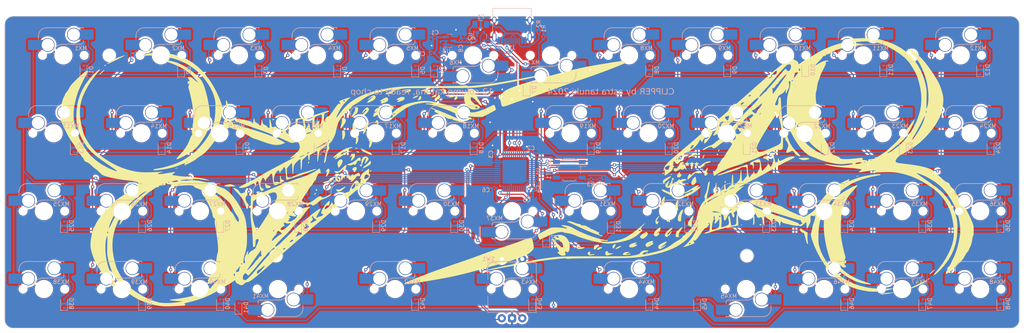
<source format=kicad_pcb>
(kicad_pcb (version 20240108) (generator "pcbnew") (generator_version "8.0")
  (layers (0 "F.Cu" signal) (31 "B.Cu" signal) (34 "B.Paste" user) (35 "F.Paste" user) (36 "B.SilkS" user "B.Silkscreen") (37 "F.SilkS" user "F.Silkscreen") (38 "B.Mask" user) (39 "F.Mask" user) (44 "Edge.Cuts" user))
  (net 0 "")
  (net 1 "+5V")
  (net 2 "GND")
  (net 3 "+3V3")
  (net 4 "NRST")
  (net 5 "VBUS")
  (net 6 "Net-(J1-CC1)")
  (net 8 "Net-(J1-CC2)")
  (net 10 "BOOT0")
  (net 11 "/C13")
  (net 12 "/C14")
  (net 13 "/C15")
  (net 14 "/F0")
  (net 15 "/F1")
  (net 16 "/B10")
  (net 17 "/B11")
  (net 18 "/B14")
  (net 19 "/B15")
  (net 20 "/A8")
  (net 21 "/B7")
  (net 22 "/B8")
  (net 23 "/A1")
  (net 24 "/A9")
  (net 25 "/A10")
  (net 26 "/A13")
  (net 27 "Net-(R3-Pad2)")
  (net 28 "D+")
  (net 29 "D-")
  (net 30 "row0")
  (net 31 "Net-(D1-A)")
  (net 32 "Net-(D2-A)")
  (net 33 "Net-(D3-A)")
  (net 34 "Net-(D4-A)")
  (net 35 "Net-(D5-A)")
  (net 36 "Net-(D6-A)")
  (net 37 "Net-(D7-A)")
  (net 38 "Net-(D8-A)")
  (net 39 "Net-(D9-A)")
  (net 40 "Net-(D10-A)")
  (net 41 "Net-(D11-A)")
  (net 42 "Net-(D12-A)")
  (net 43 "Net-(D13-A)")
  (net 44 "Net-(D14-A)")
  (net 45 "row1")
  (net 46 "Net-(D15-A)")
  (net 47 "Net-(D16-A)")
  (net 48 "Net-(D17-A)")
  (net 49 "Net-(D18-A)")
  (net 50 "Net-(D19-A)")
  (net 51 "Net-(D20-A)")
  (net 52 "Net-(D21-A)")
  (net 53 "Net-(D22-A)")
  (net 54 "Net-(D23-A)")
  (net 55 "Net-(D24-A)")
  (net 56 "Net-(D25-A)")
  (net 57 "Net-(D26-A)")
  (net 58 "row2")
  (net 59 "Net-(D27-A)")
  (net 60 "Net-(D28-A)")
  (net 61 "Net-(D29-A)")
  (net 62 "Net-(D30-A)")
  (net 63 "Net-(D31-A)")
  (net 64 "Net-(D32-A)")
  (net 65 "Net-(D33-A)")
  (net 66 "Net-(D34-A)")
  (net 67 "Net-(D35-A)")
  (net 68 "Net-(D36-A)")
  (net 69 "Net-(D37-A)")
  (net 70 "Net-(D38-A)")
  (net 71 "Net-(D39-A)")
  (net 72 "row3")
  (net 73 "Net-(D40-A)")
  (net 74 "Net-(D41-A)")
  (net 75 "Net-(D42-A)")
  (net 76 "Net-(D43-A)")
  (net 77 "Net-(D44-A)")
  (net 78 "Net-(D45-A)")
  (net 79 "Net-(D46-A)")
  (net 80 "Net-(D47-A)")
  (net 81 "Net-(D48-A)")
  (net 82 "col0")
  (net 83 "col1")
  (net 84 "col2")
  (net 85 "col3")
  (net 86 "col4")
  (net 87 "col5")
  (net 88 "col6")
  (net 89 "col7")
  (net 90 "col8")
  (net 91 "col9")
  (net 92 "col10")
  (net 93 "col11")
  (net 94 "col12")
  (net 95 "rB")
  (net 96 "rA")
  (footprint "LOGO" (layer "F.Cu") (at 107.02045 68.38565 180)
    (property "Reference" "G***")
    (property "Value" "LOGO" (hide yes))
  )
  (footprint "LOGO" (layer "F.Cu") (at 190.95775 65.40915)
    (property "Reference" "G***")
    (property "Value" "LOGO" (hide yes))
  )
  (footprint "Diode_SMD:D_SOD-323" (layer "B.Cu") (at 247.9675 79.99375 90)
    (property "Reference" "D35")
    (property "Value" "D_Small")
  )
  (footprint "marbastlib-mx:SW_MX_HS_CPG151101S11_1u" (layer "B.Cu") (at 233.52375 38.321875 180)
    (property "Reference" "MX11")
    (property "Value" "MX_SW_HS")
  )
  (footprint "Diode_SMD:D_SOD-323" (layer "B.Cu") (at 119.38 60.94375 90)
    (property "Reference" "D17")
    (property "Value" "D_Small")
  )
  (footprint "marbastlib-mx:SW_MX_HS_CPG151101S11_1u" (layer "B.Cu") (at 214.47375 38.321875 180)
    (property "Reference" "MX10")
    (property "Value" "MX_SW_HS")
  )
  (footprint "marbastlib-mx:SW_MX_HS_CPG151101S11_1u" (layer "B.Cu") (at 195.42375 38.321875 180)
    (property "Reference" "MX9")
    (property "Value" "MX_SW_HS")
  )
  (footprint "Capacitor_SMD:C_0402_1005Metric" (layer "B.Cu") (at 143.89875 62.515625 90)
    (property "Reference" "C3")
    (property "Value" "100nF")
  )
  (footprint "Package_QFP:LQFP-48_7x7mm_P0.5mm" (layer "B.Cu") (at 148.39875 66.765625 90)
    (property "Reference" "U1")
    (property "Value" "STM32F072CBT6")
  )
  (footprint "marbastlib-mx:SW_MX_HS_CPG151101S11_1u" (layer "B.Cu") (at 162.08625 57.371875 180)
    (property "Reference" "MX19")
    (property "Value" "MX_SW_HS")
  )
  (footprint "marbastlib-mx:SW_MX_HS_CPG151101S11_1u" (layer "B.Cu") (at 109.69875 76.421875 180)
    (property "Reference" "MX29")
    (property "Value" "MX_SW_HS")
  )
  (footprint "marbastlib-mx:SW_MX_HS_CPG151101S11_1.5u" (layer "B.Cu") (at 38.26125 38.321875 180)
    (property "Reference" "MX1")
    (property "Value" "MX_SW_HS")
  )
  (footprint "marbastlib-mx:SW_MX_HS_CPG151101S11_1u" (layer "B.Cu") (at 181.13625 57.371875 180)
    (property "Reference" "MX20")
    (property "Value" "MX_SW_HS")
  )
  (footprint "Capacitor_SMD:C_0402_1005Metric" (layer "B.Cu") (at 152.64875 62.265625)
    (property "Reference" "C2")
    (property "Value" "100nF")
  )
  (footprint "marbastlib-mx:SW_MX_HS_CPG151101S11_1u" (layer "B.Cu") (at 176.37375 95.471875 180)
    (property "Reference" "MX44")
    (property "Value" "MX_SW_HS")
  )
  (footprint "marbastlib-mx:SW_MX_HS_CPG151101S11_1.25u" (layer "B.Cu") (at 35.88 57.371875 180)
    (property "Reference" "MX13")
    (property "Value" "MX_SW_HS")
  )
  (footprint "Diode_SMD:D_SOD-323" (layer "B.Cu") (at 200.3425 41.89375 90)
    (property "Reference" "D9")
    (property "Value" "D_Small")
  )
  (footprint "marbastlib-mx:SW_MX_HS_CPG151101S11_1u" (layer "B.Cu") (at 52.54875 76.421875 180)
    (property "Reference" "MX26")
    (property "Value" "MX_SW_HS")
  )
  (footprint "Diode_SMD:D_SOD-323" (layer "B.Cu") (at 219.3925 41.89375 90)
    (property "Reference" "D10")
    (property "Value" "D_Small")
  )
  (footprint "Diode_SMD:D_SOD-323" (layer "B.Cu") (at 38.4175 99.04375 90)
    (property "Reference" "D38")
    (property "Value" "D_Small")
  )
  (footprint "Diode_SMD:D_SOD-323" (layer "B.Cu") (at 66.9925 41.984375 90)
    (property "Reference" "D2")
    (property "Value" "D_Small")
  )
  (footprint "Diode_SMD:D_SOD-323" (layer "B.Cu") (at 57.4675 99.04375 90)
    (property "Reference" "D39")
    (property "Value" "D_Small")
  )
  (footprint "marbastlib-mx:SW_MX_HS_CPG151101S11_1u" (layer "B.Cu") (at 147.79875 95.471875 180)
    (property "Reference" "MX43")
    (property "Value" "MX_SW_HS")
  )
  (footprint "Button_Switch_SMD:SW_SPST_TL3342" (layer "B.Cu") (at 161.78805 66.3021 180)
    (property "Reference" "BOOT1")
    (property "Value" "SW_SPST")
  )
  (footprint "Diode_SMD:D_SOD-323" (layer "B.Cu") (at 181.2925 99.04375 90)
    (property "Reference" "D44")
    (property "Value" "D_Small")
  )
  (footprint "Diode_SMD:D_SOD-323" (layer "B.Cu") (at 128.74875 41.984375 90)
    (property "Reference" "D6")
    (property "Value" "D_Small")
  )
  (footprint "marbastlib-mx:SW_MX_HS_CPG151101S11_1u" (layer "B.Cu") (at 62.07375 38.321875 180)
    (property "Reference" "MX2")
    (property "Value" "MX_SW_HS")
  )
  (footprint "marbastlib-mx:SW_MX_HS_CPG151101S11_1u" (layer "B.Cu") (at 238.28625 57.371875 180)
    (property "Reference" "MX23")
    (property "Value" "MX_SW_HS")
  )
  (footprint "Package_TO_SOT_SMD:SOT-143" (layer "B.Cu") (at 140.02 33.71985 -90)
    (property "Reference" "U2")
    (property "Value" "PRTR5V0U2X")
  )
  (footprint "Capacitor_SMD:C_0402_1005Metric" (layer "B.Cu") (at 152.89875 71.015625 -90)
    (property "Reference" "C4")
    (property "Value" "100nF")
  )
  (footprint "Diode_SMD:D_SOD-323" (layer "B.Cu") (at 228.9175 79.99375 90)
    (property "Reference" "D34")
    (property "Value" "D_Small")
  )
  (footprint "marbastlib-mx:SW_MX_HS_CPG151101S11_1u" (layer "B.Cu") (at 219.23625 57.371875 180)
    (property "Reference" "MX22")
    (property "Value" "MX_SW_HS")
  )
  (footprint "marbastlib-mx:SW_MX_HS_CPG151101S11_1u" (layer "B.Cu") (at 90.64875 95.471875)
    (property "Reference" "MX41")
    (property "Value" "MX_SW_HS")
  )
  (footprint "marbastlib-various:ROT_Alps_EC11E-Switch" (layer "B.Cu") (at 147.80235 95.1154 180)
    (property "Reference" "SW1")
    (property "Value" "RotaryEncoder_Switch")
  )
  (footprint "marbastlib-mx:SW_MX_HS_CPG151101S11_1u" (layer "B.Cu") (at 52.54875 95.471875 180)
    (property "Reference" "MX39")
    (property "Value" "MX_SW_HS")
  )
  (footprint "Diode_SMD:D_SOD-323" (layer "B.Cu") (at 40.79875 60.94375 90)
    (property "Reference" "D13")
    (property "Value" "D_Small")
  )
  (footprint "marbastlib-mx:SW_MX_HS_CPG151101S11_1u" (layer "B.Cu") (at 243.04875 76.421875 180)
    (property "Reference" "MX35")
    (property "Value" "MX_SW_HS")
  )
  (footprint "marbastlib-mx:SW_MX_HS_CPG151101S11_1u" (layer "B.Cu") (at 71.59875 95.471875 180)
    (property "Reference" "MX40")
    (property "Value" "MX_SW_HS")
  )
  (footprint "Diode_SMD:D_SOD-323" (layer "B.Cu") (at 247.9675 99.04375 90)
    (property "Reference" "D47")
    (property "Value" "D_Small")
  )
  (footprint "Diode_SMD:D_SOD-323" (layer "B.Cu") (at 76.5175 99.04375 90)
    (property "Reference" "D40")
    (property "Value" "D_Small")
  )
  (footprint "Diode_SMD:D_SOD-323" (layer "B.Cu") (at 95.5675 79.99375 90)
    (property "Reference" "D28")
    (property "Value" "D_Small")
  )
  (footprint "marbastlib-mx:SW_MX_HS_CPG151101S11_1u" (layer "B.Cu") (at 81.12375 38.321875 180)
    (property "Reference" "MX3")
    (property "Value" "MX_SW_HS")
  )
  (footprint "Diode_SMD:D_SOD-323" (layer "B.Cu") (at 151.3703 46.6572 90)
    (property "Reference" "D7")
    (property "Value" "D_Small")
  )
  (footprint "Diode_SMD:D_SOD-323" (layer "B.Cu") (at 138.43 60.94375 90)
    (property "Reference" "D18")
    (property "Value" "D_Small")
  )
  (footprint "marbastlib-mx:SW_MX_HS_CPG151101S11_1u" (layer "B.Cu") (at 262.09875 76.421875 180)
    (property "Reference" "MX36")
    (property "Value" "MX_SW_HS")
  )
  (footprint "marbastlib-mx:SW_MX_HS_CPG151101S11_1u" (layer "B.Cu") (at 33.49875 76.421875 180)
    (property "Reference" "MX25")
    (property "Value" "MX_SW_HS")
  )
  (footprint "marbastlib-mx:SW_MX_HS_CPG151101S11_1u" (layer "B.Cu") (at 138.27375 38.321875)
    (property "Reference" "MX6")
    (property "Value" "MX_SW_HS")
  )
  (footprint "marbastlib-mx:SW_MX_HS_CPG151101S11_1u" (layer "B.Cu") (at 262.09875 95.471875 180)
    (property "Reference" "MX48")
    (property "Value" "MX_SW_HS")
  )
  (footprint "marbastlib-mx:SW_MX_HS_CPG151101S11_1u" (layer "B.Cu") (at 204.94875 95.471875)
    (property "Reference" "MX45")
    (property "Value" "MX_SW_HS")
  )
  (footprint "marbastlib-mx:SW_MX_HS_CPG151101S11_1u" (layer "B.Cu") (at 71.59875 76.421875 180)
    (property "Reference" "MX27")
    (property "Value" "MX_SW_HS")
  )
  (footprint "Diode_SMD:D_SOD-323" (layer "B.Cu") (at 190.8175 79.99375 90)
    (property "Reference" "D32")
    (property "Value" "D_Small")
  )
  (footprint "marbastlib-mx:SW_MX_HS_CPG151101S11_1u" (layer "B.Cu") (at 157.32375 38.321875)
    (property "Reference" "MX7")
    (property "Value" "MX_SW_HS")
  )
  (footprint "Diode_SMD:D_SOD-323" (layer "B.Cu") (at 62.23 60.94375 90)
    (property "Reference" "D14")
    (property "Value" "D_Small")
  )
  (footprint "marbastlib-mx:SW_MX_HS_CPG151101S11_1u" (layer "B.Cu") (at 33.49875 95.471875 180)
    (property "Reference" "MX38")
    (property "Value" "MX_SW_HS")
  )
  (footprint "marbastlib-mx:SW_MX_HS_CPG151101S11_1u" (layer "B.Cu") (at 185.89875 76.421875 180)
    (property "Reference" "MX32")
    (property "Value" "MX_SW_HS")
  )
  (footprint "Diode_SMD:D_SOD-323" (layer "B.Cu") (at 105.0925 41.984375 90)
    (property "Reference" "D4")
    (property "Value" "D_Small")
  )
  (footprint "Diode_SMD:D_SOD-323" (layer "B.Cu") (at 205.105 60.94375 90)
    (property "Reference" "D21")
    (property "Value" "D_Small")
  )
  (footprint "marbastlib-mx:SW_MX_HS_CPG151101S11_1u" (layer "B.Cu") (at 100.17375 38.321875 180)
    (property "Reference" "MX4")
    (property "Value" "MX_SW_HS")
  )
  (footprint "Diode_SMD:D_SOD-323" (layer "B.Cu") (at 100.33 60.94375 90)
    (property "Reference" "D16")
    (property "Value" "D_Small")
  )
  (footprint "Package_TO_SOT_SMD:SOT-23" (layer "B.Cu") (at 132.5513 34.7512)
    (property "Reference" "U3")
    (property "Value" "XC6206PxxxMR-Regulator_Linear")
  )
  (footprint "marbastlib-mx:SW_MX_HS_CPG151101S11_1u" (layer "B.Cu") (at 176.37375 38.321875 180)
    (property "Reference" "MX8")
    (property "Value" "MX_SW_HS")
  )
  (footprint "Diode_SMD:D_SOD-323" (layer "B.Cu") (at 38.4175 79.99375 90)
    (property "Reference" "D25")
    (property "Value" "D_Small")
  )
  (footprint "Diode_SMD:D_SOD-323" (layer "B.Cu") (at 262.09875 41.89375 90)
    (property "Reference" "D12")
    (property "Value" "D_Small")
  )
  (footprint "Diode_SMD:D_SOD-323" (layer "B.Cu") (at 243.205 60.94375 90)
    (property "Reference" "D23")
    (property "Value" "D_Small")
  )
  (footprint "Diode_SMD:D_SOD-323" (layer "B.Cu") (at 209.8675 79.99375 90)
    (property "Reference" "D33")
    (property "Value" "D_Small")
  )
  (footprint "marbastlib-mx:SW_MX_HS_CPG151101S11_1u" (layer "B.Cu") (at 76.36125 57.371875 180)
    (property "Reference" "MX15")
    (property "Value" "MX_SW_HS")
  )
  (footprint "Capacitor_SMD:C_0402_1005Metric" (layer "B.Cu") (at 152.39875 72.515625)
    (property "Reference" "C5")
    (property "Value" "100nF")
  )
  (footprint "marbastlib-mx:SW_MX_HS_CPG151101S11_1u" (layer "B.Cu") (at 147.79875 76.421875)
    (property "Reference" "MX37")
    (property "Value" "MX_SW_HS")
  )
  (footprint "marbastlib-mx:SW_MX_HS_CPG151101S11_1u" (layer "B.Cu") (at 128.74875 76.421875 180)
    (property "Reference" "MX30")
    (property "Value" "MX_SW_HS")
  )
  (footprint "Diode_SMD:D_SOD-323" (layer "B.Cu") (at 57.4675 79.99375 90)
    (property "Reference" "D26")
    (property "Value" "D_Small")
  )
  (footprint "marbastlib-mx:SW_MX_HS_CPG151101S11_1u" (layer "B.Cu") (at 223.99875 95.471875 180)
    (property "Reference" "MX46")
    (property "Value" "MX_SW_HS")
  )
  (footprint "Diode_SMD:D_SOD-323" (layer "B.Cu") (at 43.18 41.89375 90)
    (property "Reference" "D1")
    (property "Value" "D_Small")
  )
  (footprint "marbastlib-mx:SW_MX_HS_CPG151101S11_1u" (layer "B.Cu") (at 90.64875 76.421875 180)
    (property "Reference" "MX28")
    (property "Value" "MX_SW_HS")
  )
  (footprint "marbastlib-mx:SW_MX_HS_CPG151101S11_1u" (layer "B.Cu") (at 133.51125 57.371875 180)
    (property "Reference" "MX18")
    (property "Value" "MX_SW_HS")
  )
  (footprint "Diode_SMD:D_SOD-323" (layer "B.Cu") (at 238.4425 41.89375 90)
    (property "Reference" "D11")
    (property "Value" "D_Small")
  )
  (footprint "Diode_SMD:D_SOD-323" (layer "B.Cu") (at 264.63625 60.94375 90)
    (property "Reference" "D24")
    (property "Value" "D_Small")
  )
  (footprint "Resistor_SMD:R_0402_1005Metric" (layer "B.Cu") (at 155.498125 33.81865 -90)
    (property "Reference" "R1")
    (property "Value" "5.1k")
  )
  (footprint "Diode_SMD:D_SOD-323" (layer "B.Cu") (at 228.9175 99.04375 90)
    (property "Reference" "D46")
    (property "Value" "D_Small")
  )
  (footprint "Diode_SMD:D_SOD-323" (layer "B.Cu") (at 186.055 60.94375 90)
    (property "Reference" "D20")
    (property "Value" "D_Small")
  )
  (footprint "Diode_SMD:D_SOD-323" (layer "B.Cu") (at 124.1425 41.984375 90)
    (property "Reference" "D5")
    (property "Value" "D_Small")
  )
  (footprint "Capacitor_SMD:C_0402_1005Metric" (layer "B.Cu") (at 128.1536 37.7277 180)
    (property "Reference" "C9")
    (property "Value" "1uF")
  )
  (footprint "Fuse:Fuse_1206_3216Metric" (layer "B.Cu") (at 140.14785 30.74335 180)
    (property "Reference" "F1")
    (property "Value" "500mA")
  )
  (footprint "marbastlib-mx:SW_MX_HS_CPG151101S11_1u" (layer "B.Cu") (at 57.31125 57.371875 180)
    (property "Reference" "MX14")
    (property "Value" "MX_SW_HS")
  )
  (footprint "Capacitor_SMD:C_0402_1005Metric" (layer "B.Cu") (at 135.2972 34.6128 90)
    (property "Reference" "C8")
    (property "Value" "1uF")
  )
  (footprint "Diode_SMD:D_SOD-323" (layer "B.Cu") (at 192.9925 99.1 90)
    (property "Reference" "D45")
    (property "Value" "D_Small")
  )
  (footprint "marbastlib-mx:SW_MX_HS_CPG151101S11_1u" (layer "B.Cu") (at 95.41125 57.371875 180)
    (property "Reference" "MX16")
    (property "Value" "MX_SW_HS")
  )
  (footprint "Resistor_SMD:R_0402_1005Metric" (layer "B.Cu") (at 169.2293 68.6833)
    (property "Reference" "R4")
    (property "Value" "5.1k")
  )
  (footprint "Diode_SMD:D_SOD-323" (layer "B.Cu") (at 156.133125 83.565625 90)
    (property "Reference" "D37")
    (property "Value" "D_Small")
  )
  (footprint "marbastlib-mx:SW_MX_HS_CPG151101S11_1u" (layer "B.Cu") (at 204.94875 76.421875 180)
    (property "Reference" "MX33")
    (property "Value" "MX_SW_HS")
  )
  (footprint "marbastlib-mx:SW_MX_HS_CPG151101S11_1.5u" (layer "B.Cu") (at 257.33625 38.321875 180)
    (property "Reference" "MX12")
    (property "Value" "MX_SW_HS")
  )
  (footprint "Capacitor_SMD:C_0402_1005Metric" (layer "B.Cu") (at 143.44905 70.76685 180)
    (property "Reference" "C6")
    (property "Value" "100nF")
  )
  (footprint "Diode_SMD:D_SOD-323" (layer "B.Cu") (at 267.0175 79.99375 90)
    (property "Reference" "D36")
    (property "Value" "D_Small")
  )
  (footprint "Resistor_SMD:R_0402_1005Metric" (layer "B.Cu") (at 154.3075 32.628025 90)
    (property "Reference" "R2")
    (property "Value" "5.1k")
  )
  (footprint "Diode_SMD:D_SOD-323" (layer "B.Cu") (at 152.7175 99.04375 90)
    (property "Reference" "D43")
    (property "Value" "D_Small")
  )
  (footprint "Diode_SMD:D_SOD-323" (layer "B.Cu") (at 224.155 60.94375 90)
    (property "Reference" "D22")
    (property "Value" "D_Small")
  )
  (footprint "marbastlib-mx:SW_MX_HS_CPG151101S11_1u" (layer "B.Cu") (at 223.99875 76.421875 180)
    (property "Reference" "MX34")
    (property "Value" "MX_SW_HS")
  )
  (footprint "marbastlib-mx:SW_MX_HS_CPG151101S11_1u" (layer "B.Cu") (at 114.46125 57.371875 180)
    (property "Reference" "MX17")
    (property "Value" "MX_SW_HS")
  )
  (footprint "Connector_USB:USB_C_Receptacle_HRO_TYPE-C-31-M-12" (layer "B.Cu") (at 147.79875 30.74115)
    (property "Reference" "J1")
    (property "Value" "USB_C_Receptacle_USB2.0")
  )
  (footprint "Diode_SMD:D_SOD-323" (layer "B.Cu") (at 171.92875 80.215625 90)
    (property "Reference" "D31")
    (property "Value" "D_Small")
  )
  (footprint "Diode_SMD:D_SOD-323" (layer "B.Cu") (at 80.9925 100 90)
    (property "Reference" "D41")
    (property "Value" "D_Small")
  )
  (footprint "Resistor_SMD:R_0402_1005Metric" (layer "B.Cu") (at 167.06055 68.6833)
    (property "Reference" "R3")
    (property "Value" "5.1k")
  )
  (footprint "marbastlib-mx:SW_MX_HS_CPG151101S11_1u" (layer "B.Cu") (at 119.22375 95.471875 180)
    (property "Reference" "MX42")
    (property "Value" "MX_SW_HS")
  )
  (footprint "Diode_SMD:D_SOD-323" (layer "B.Cu") (at 114.6175 79.99375 90)
    (property "Reference" "D29")
    (property "Value" "D_Small")
  )
  (footprint "Diode_SMD:D_SOD-323" (layer "B.Cu") (at 133.6675 79.99375 90)
    (property "Reference" "D30")
    (property "Value" "D_Small")
  )
  (footprint "Diode_SMD:D_SOD-323" (layer "B.Cu") (at 167.005 60.94375 90)
    (property "Reference" "D19")
    (property "Value" "D_Small")
  )
  (footprint "marbastlib-mx:SW_MX_HS_CPG151101S11_1.25u" (layer "B.Cu") (at 259.7175 57.371875 180)
    (property "Reference" "MX24")
    (property "Value" "MX_SW_HS")
  )
  (footprint "Capacitor_SMD:C_0402_1005Metric" (layer "B.Cu") (at 128.95045 33.9153 180)
    (property "Reference" "C1")
    (property "Value" "10uF")
  )
  (footprint "Capacitor_SMD:C_0402_1005Metric" (layer "B.Cu") (at 137.0831 34.6128 90)
    (property "Reference" "C7")
    (property "Value" "100nF")
  )
  (footprint "marbastlib-mx:SW_MX_HS_CPG151101S11_1u" (layer "B.Cu") (at 166.84875 76.421875 180)
    (property "Reference" "MX31")
    (property "Value" "MX_SW_HS")
  )
  (footprint "marbastlib-mx:SW_MX_HS_CPG151101S11_1u" (layer "B.Cu") (at 243.04875 95.471875 180)
    (property "Reference" "MX47")
    (property "Value" "MX_SW_HS")
  )
  (footprint "Diode_SMD:D_SOD-323" (layer "B.Cu") (at 267.0175 99.04375 90)
    (property "Reference" "D48")
    (property "Value" "D_Small")
  )
  (footprint "Diode_SMD:D_SOD-323" (layer "B.Cu") (at 85.88625 41.984375 90)
    (property "Reference" "D3")
    (property "Value" "D_Small")
  )
  (footprint "Diode_SMD:D_SOD-323" (layer "B.Cu") (at 81.28 60.94375 90)
    (property "Reference" "D15")
    (property "Value" "D_Small")
  )
  (footprint "Diode_SMD:D_SOD-323" (layer "B.Cu") (at 181.2925 41.89375 90)
    (property "Reference" "D8")
    (property "Value" "D_Small")
  )
  (footprint "Diode_SMD:D_SOD-323" (layer "B.Cu") (at 76.5175 79.99375 90)
    (property "Reference" "D27")
    (property "Value" "D_Small")
  )
  (footprint "marbastlib-mx:SW_MX_HS_CPG151101S11_1u" (layer "B.Cu") (at 119.22375 38.321875 180)
    (property "Reference" "MX5")
    (property "Value" "MX_SW_HS")
  )
  (footprint "Diode_SMD:D_SOD-323" (layer "B.Cu") (at 124.1425 99.04375 90)
    (property "Reference" "D42")
    (property "Value" "D_Small")
  )
  (footprint "marbastlib-mx:SW_MX_HS_CPG151101S11_1u" (layer "B.Cu") (at 200.18625 57.371875 180)
    (property "Reference" "MX21")
    (property "Value" "MX_SW_HS")
  )
  (gr_arc (start 23.9761 30.7982) (mid 24.561886 29.383986) (end 25.9761 28.7982) (stroke (width 0.1)) (layer "Edge.Cuts"))
  (gr_arc (start 25.9761 104.9966) (mid 24.561886 104.410814) (end 23.9761 102.9966) (stroke (width 0.1)) (layer "Edge.Cuts"))
  (gr_arc (start 269.6209 28.7982) (mid 271.035114 29.383986) (end 271.6209 30.7982) (stroke (width 0.1)) (layer "Edge.Cuts"))
  (gr_line (start 271.6209 30.7982) (end 271.6209 102.9966) (stroke (width 0.1)) (layer "Edge.Cuts"))
  (gr_line (start 269.6209 104.9966) (end 25.9761 104.9966) (stroke (width 0.1)) (layer "Edge.Cuts"))
  (gr_circle (center 205.14965 87.3376) (end 206.79965 87.3376) (stroke (width 0.1)) (fill none) (layer "Edge.Cuts"))
  (gr_line (start 23.9761 102.9966) (end 23.9761 30.7982) (stroke (width 0.1)) (layer "Edge.Cuts"))
  (gr_arc (start 271.6209 102.9966) (mid 271.035114 104.410814) (end 269.6209 104.9966) (stroke (width 0.1)) (layer "Edge.Cuts"))
  (gr_circle (center 90.1667 87.3376) (end 91.8167 87.3376) (stroke (width 0.1)) (fill none) (layer "Edge.Cuts"))
  (gr_circle (center 49.4693 38.323) (end 51.1193 38.323) (stroke (width 0.1)) (fill none) (layer "Edge.Cuts"))
  (gr_circle (center 245.4277 38.323) (end 247.0777 38.323) (stroke (width 0.1)) (fill none) (layer "Edge.Cuts"))
  (gr_line (start 25.9761 28.7982) (end 269.6209 28.7982) (stroke (width 0.1)) (layer "Edge.Cuts"))
  (gr_text "12-column katana, ready to chop" (at 125.7724 48.14545 0) (layer "B.SilkS") (effects (font (size 1.5 1.5)) (justify bottom mirror)))
  (gr_text "CLIPPER by astra tanuki 2024" (at 171.90815 48.14545 0) (layer "B.SilkS") (effects (font (size 1.5 1.5)) (justify bottom mirror)))
  (segment (start 139.07 34.71985) (end 138.69705 35.0928) (width 0.4) (layer "B.Cu") (net 1))
  (segment (start 133.8304 35.0928) (end 133.4888 34.7512) (width 0.4) (layer "B.Cu") (net 1))
  (segment (start 137.19845 35.0928) (end 135.2972 35.0928) (width 0.4) (layer "B.Cu") (net 1))
  (segment (start 135.2972 35.0928) (end 133.8304 35.0928) (width 0.4) (layer "B.Cu") (net 1))
  (segment (start 138.510775 30.980425) (end 138.3829 30.980425) (width 0.4) (layer "B.Cu") (net 1))
  (segment (start 137.429375 33.079225) (end 139.07 34.71985) (width 0.4) (layer "B.Cu") (net 1))
  (segment (start 138.69705 35.0928) (end 137.0831 35.0928) (width 0.4) (layer "B.Cu") (net 1))
  (segment (start 137.429375 31.93395) (end 137.429375 33.079225) (width 0.4) (layer "B.Cu") (net 1))
  (segment (start 138.74785 30.74335) (end 138.510775 30.980425) (width 0.4) (layer "B.Cu") (net 1))
  (segment (start 138.3829 30.980425) (end 137.429375 31.93395) (width 0.4) (layer "B.Cu") (net 1))
  (segment (start 143.47875 32.07235) (end 143.47875 33.87115) (width 0.4) (layer "F.Cu") (net 2))
  (segment (start 134.1066 32.07235) (end 132.02305 32.07235) (width 0.25) (layer "F.Cu") (net 2))
  (segment (start 141.2502 36.83475) (end 144.2267 36.83475) (width 0.3) (layer "F.Cu") (net 2))
  (segment (start 140.273395 36.323306) (end 140.189539 36.23945) (width 0.3) (layer "F.Cu") (net 2))
  (segment (start 132.02305 32.07235) (end 128.1536 35.9418) (width 0.25) (layer "F.Cu") (net 2))
  (segment (start 140.0596 36.23945) (end 140.6549 36.83475) (width 0.3) (layer "F.Cu") (net 2))
  (segment (start 151.3703 60.64675) (end 151.3703 48.74075) (width 0.3) (layer "F.Cu") (net 2))
  (segment (start 134.99955 32.07235) (end 134.1066 32.07235) (width 0.25) (layer "F.Cu") (net 2))
  (segment (start 135.2972 36.23945) (end 136.19015 35.3465) (width 0.3) (layer "F.Cu") (net 2))
  (segment (start 134.1066 34.7512) (end 131.42775 37.43005) (width 0.25) (layer "F.Cu") (net 2))
  (segment (start 152.11875 35.7973) (end 152.11875 33.87115) (width 0.3) (layer "F.Cu") (net 2))
  (segment (start 144.67905 47.39545) (end 145.4173 46.6572) (width 0.3) (layer "F.Cu") (net 2))
  (segment (start 141.2502 36.83475) (end 141.8455 36.83475) (width 0.3) (layer "F.Cu") (net 2))
  (segment (start 143.6314 48.74075) (end 144.67905 47.6931) (width 0.3) (layer "F.Cu") (net 2))
  (segment (start 144.2267 36.83475) (end 144.52435 37.1324) (width 0.3) (layer "F.Cu") (net 2))
  (segment (start 145.71495 38.323) (end 145.71495 42.4901) (width 0.3) (layer "F.Cu") (net 2))
  (segment (start 143.47875 29.69115) (end 143.47875 32.07235) (width 0.4) (layer "F.Cu") (net 2))
  (segment (start 144.67905 47.6931) (end 144.67905 47.39545) (width 0.3) (layer "F.Cu") (net 2))
  (segment (start 136.19015 35.3465) (end 139.296589 35.3465) (width 0.3) (layer "F.Cu") (net 2))
  (segment (start 139.296589 35.3465) (end 140.273395 36.323306) (width 0.3) (layer "F.Cu") (net 2))
  (segment (start 154.3468 39.21595) (end 154.3468 38.02535) (width 0.3) (layer "F.Cu") (net 2))
  (segment (start 146.4532 47.6931) (end 147.7985 49.0384) (width 0.3) (layer "F.Cu") (net 2))
  (segment (start 140.0596 32.07235) (end 134.99955 32.07235) (width 0.25) (layer "F.Cu") (net 2))
  (segment (start 152.26325 49.6337) (end 151.3703 48.74075) (width 0.3) (layer "F.Cu") (net 2))
  (segment (start 144.67905 47.6931) (end 146.4532 47.6931) (width 0.3) (layer "F.Cu") (net 2))
  (segment (start 135.2972 40.1089) (end 135.2972 36.23945) (width 0.3) (layer "F.Cu") (net 2))
  (segment (start 140.6549 36.83475) (end 141.2502 36.83475) (width 0.3) (layer "F.Cu") (net 2))
  (segment (start 152.85855 49.6337) (end 152.26325 49.6337) (width 0.3) (layer "F.Cu") (net 2))
  (segment (start 134.1066 32.07235) (end 134.1066 34.7512) (width 0.25) (layer "F.Cu") (net 2))
  (segment (start 151.3703 48.74075) (end 151.3703 42.19245) (width 0.3) (layer "F.Cu") (net 2))
  (segment (start 143.0361 55.28905) (end 142.4408 54.69375) (width 0.3) (layer "F.Cu") (net 2))
  (segment (start 140.189539 36.23945) (end 140.0596 36.23945) (width 0.3) (layer "F.Cu") (net 2))
  (segment (start 143.0361 60.3491) (end 143.0361 55.28905) (width 0.3) (layer "F.Cu") (net 2))
  (segment (start 151.3703 42.19245) (end 154.3468 39.21595) (width 0.3) (layer "F.Cu") (net 2))
  (segment (start 145.71495 42.4901) (end 143.92905 44.276) (width 0.3) (layer "F.Cu") (net 2))
  (segment (start 154.3468 38.02535) (end 152.11875 35.7973) (width 0.3) (layer "F.Cu") (net 2))
  (segment (start 144.52435 37.1324) (end 145.71495 38.323) (width 0.3) (layer "F.Cu") (net 2))
  (segment (start 140.0596 32.07235) (end 143.47875 32.07235) (width 0.25) (layer "F.Cu") (net 2))
  (via (at 131.42775 37.43005) (size 0.8) (drill 0.4) (layers "F.Cu" "B.Cu") (net 2))
  (via (at 147.7985 49.0384) (size 0.8) (drill 0.4) (layers "F.Cu" "B.Cu") (net 2))
  (via (at 143.0361 60.3491) (size 0.8) (drill 0.4) (layers "F.Cu" "B.Cu") (net 2))
  (via (at 142.4408 54.69375) (size 0.8) (drill 0.4) (layers "F.Cu" "B.Cu") (net 2))
  (via (at 152.85855 49.6337) (size 0.8) (drill 0.4) (layers "F.Cu" "B.Cu") (net 2))
  (via (at 141.8455 36.83475) (size 0.8) (drill 0.4) (layers "F.Cu" "B.Cu") (net 2))
  (via (at 143.92905 44.276) (size 0.8) (drill 0.4) (layers "F.Cu" "B.Cu") (net 2))
  (via (at 134.1066 32.07235) (size 0.8) (drill 0.4) (layers "F.Cu" "B.Cu") (net 2))
  (via (at 143.6314 48.74075) (size 0.8) (drill 0.4) (layers "F.Cu" "B.Cu") (net 2))
  (via (at 145.4173 46.6572) (size 0.8) (drill 0.4) (layers "F.Cu" "B.Cu") (net 2))
  (via (at 140.0596 32.07235) (size 0.8) (drill 0.4) (layers "F.Cu" "B.Cu") (net 2))
  (via (at 128.1536 35.9418) (size 0.8) (drill 0.4) (layers "F.Cu" "B.Cu") (net 2))
  (via (at 151.3703 60.64675) (size 0.8) (drill 0.4) (layers "F.Cu" "B.Cu") (net 2))
  (via (at 135.2972 40.1089) (size 0.8) (drill 0.4) (layers "F.Cu" "B.Cu") (net 2))
  (segment (start 152.11875 33.87115) (end 152.11875 29.69115) (width 0.4) (layer "B.Cu") (net 2))
  (segment (start 142.89875 62.515625) (end 143.37875 62.035625) (width 0.3) (layer "B.Cu") (net 2))
  (segment (start 139.27 32.71985) (end 139.4121 32.71985) (width 0.25) (layer "B.Cu") (net 2))
  (segment (start 150.64875 61.3683) (end 151.3703 60.64675) (width 0.3) (layer "B.Cu") (net 2))
  (segment (start 137.0831 34.1328) (end 135.2972 34.1328) (width 0.25) (layer "B.Cu") (net 2))
  (segment (start 142.4408 54.69375) (end 142.4408 49.93135) (width 0.3) (layer "B.Cu") (net 2))
  (segment (start 131.42775 37.43005) (end 131.42775 35.88725) (width 0.25) (layer "B.Cu") (net 2))
  (segment (start 147.64875 70.928125) (end 147.64875 67.515625) (width 0.3) (layer "B.Cu") (net 2))
  (segment (start 147.64875 67.515625) (end 148.39875 66.765625) (width 0.3) (layer "B.Cu") (net 2))
  (segment (start 145.4173 46.6572) (end 142.73845 46.6572) (width 0.3) (layer "B.Cu") (net 2))
  (segment (start 150.64875 62.603125) (end 150.64875 64.515625) (width 0.3) (layer "B.Cu") (net 2))
  (segment (start 137.0831 41.00185) (end 136.19015 41.00185) (width 0.3) (layer "B.Cu") (net 2))
  (segment (start 142.4408 49.93135) (end 143.6314 48.74075) (width 0.3) (layer "B.Cu") (net 2))
  (segment (start 143.92905 44.276) (end 143.92905 45.16895) (width 0.3) (layer "B.Cu") (net 2))
  (segment (start 153.40187 69.015625) (end 153.89875 69.512505) (width 0.3) (layer "B.Cu") (net 2))
  (segment (start 144.23625 64.515625) (end 146.14875 64.515625) (width 0.3) (layer "B.Cu") (net 2))
  (segment (start 136.19015 41.00185) (end 135.2972 40.1089) (width 0.3) (layer "B.Cu") (net 2))
  (segment (start 142.89875 62.515625) (end 142.89875 60.48645) (width 0.3) (layer "B.Cu") (net 2))
  (segment (start 135.2972 33.26295) (end 134.1066 32.07235) (width 0.25) (layer "B.Cu") (net 2))
  (segment (start 142.73845 46.6572) (end 139.4643 43.38305) (width 0.3) (layer "B.Cu") (net 2))
  (segment (start 148.3938 49.6337) (end 152.85855 49.6337) (width 0.3) (layer "B.Cu") (net 2))
  (segment (start 152.89875 71.495625) (end 152.89875 72.495625) (width 0.4) (layer "B.Cu") (net 2))
  (segment (start 135.2972 34.1328) (end 135.2972 33.26295) (width 0.25) (layer "B.Cu") (net 2))
  (segment (start 127.6736 36.4218) (end 128.1536 35.9418) (width 0.25) (layer "B.Cu") (net 2))
  (segment (start 148.39875 66.765625) (end 150.64875 69.015625) (width 0.3) (layer "B.Cu") (net 2))
  (segment (start 151.04875 34.78615) (end 151.20375 34.78615) (width 0.4) (layer "B.Cu") (net 2))
  (segment (start 153.89875 71.015625) (end 153.41875 71.495625) (width 0.3) (layer "B.Cu") (net 2))
  (segment (start 128.47045 35.62495) (end 128.1536 35.9418) (width 0.25) (layer "B.Cu") (net 2))
  (segment (start 152.11875 29.69115) (end 143.47875 29.69115) (width 0.4) (layer "B.Cu") (net 2))
  (segment (start 150.64875 64.515625) (end 148.39875 66.765625) (width 0.3) (layer "B.Cu") (net 2))
  (segment (start 131.42775 35.88725) (end 131.6138 35.7012) (width 0.25) (layer "B.Cu") (net 2))
  (segment (start 151.20375 34.78615) (end 152.11875 33.87115) (width 0.4) (layer "B.Cu") (net 2))
  (segment (start 139.4121 32.71985) (end 140.0596 32.07235) (width 0.25) (layer "B.Cu") (net 2))
  (segment (start 153.41875 71.495625) (end 152.89875 71.495625) (width 0.3) (layer "B.Cu") (net 2))
  (segment (start 143.37875 62.035625) (end 143.89875 62.035625) (width 0.3) (layer "B.Cu") (net 2))
  (segment (start 153.89875 69.512505) (end 153.89875 71.015625) (width 0.3) (layer "B.Cu") (net 2))
  (segment (start 146.14875 64.515625) (end 148.39875 66.765625) (width 0.3) (layer "B.Cu") (net 2))
  (segment (start 142.89875 64.265625) (end 142.89875 62.515625) (width 0.3) (layer "B.Cu") (net 2))
  (segment (start 147.7985 49.0384) (end 148.3938 49.6337) (width 0.3) (layer "B.Cu") (net 2))
  (segment (start 152.5609 60.64675) (end 153.12875 61.2146) (width 0.3) (layer "B.Cu") (net 2))
  (segment (start 152.56125 69.015625) (end 153.40187 69.015625) (width 0.3) (layer "B.Cu") (net 2))
  (segment (start 153.12875 61.2146) (end 153.12875 62.265625) (width 0.3) (layer "B.Cu") (net 2))
  (segment (start 142.89875 60.48645) (end 143.0361 60.3491) (width 0.3) (layer "B.Cu") (net 2))
  (segment (start 143.47875 33.87115) (end 144.39375 34.78615) (width 0.4) (layer "B.Cu") (net 2))
  (segment (start 139.4643 43.38305) (end 137.231925 41.150675) (width 0.3) (layer "B.Cu") (net 2))
  (segment (start 144.39375 34.78615) (end 144.54875 34.78615) (width 0.4) (layer "B.Cu") (net 2))
  (segment (start 127.6736 37.7277) (end 127.6736 36.4218) (width 0.25) (layer "B.Cu") (net 2))
  (segment (start 144.23625 64.515625) (end 143.14875 64.515625) (width 0.3) (layer "B.Cu") (net 2))
  (segment (start 128.47045 33.9153) (end 128.47045 35.62495) (width 0.25) (layer "B.Cu") (net 2))
  (segment (start 151.3703 60.64675) (end 152.5609 60.64675) (width 0.3) (layer "B.Cu") (net 2))
  (segment (start 143.14875 64.515625) (end 142.89875 64.265625) (width 0.3) (layer "B.Cu") (net 2))
  (segment (start 150.64875 69.015625) (end 152.56125 69.015625) (width 0.3) (layer "B.Cu") (net 2))
  (segment (start 150.64875 62.603125) (end 150.64875 61.3683) (width 0.3) (layer "B.Cu") (net 2))
  (segment (start 143.92905 45.16895) (end 145.4173 46.6572) (width 0.3) (layer "B.Cu") (net 2))
  (segment (start 152.64875 63.265625) (end 152.64875 70.265625) (width 0.4) (layer "F.Cu") (net 3))
  (segment (start 152.64875 63.265625) (end 151.89875 62.515625) (width 0.4) (layer "F.Cu") (net 3))
  (segment (start 152.64875 70.265625) (end 151.89875 71.015625) (width 0.4) (layer "F.Cu") (net 3))
  (segment (start 151.89875 62.515625) (end 151.14875 62.515625) (width 0.4) (layer "F.Cu") (net 3))
  (segment (start 144.89875 53.28225) (end 141.2502 49.6337) (width 0.4) (layer "F.Cu") (net 3))
  (segment (start 127.5583 46.95485) (end 131.1301 43.38305) (width 0.4) (layer "F.Cu") (net 3))
  (segment (start 131.1301 43.38305) (end 131.1301 38.9183) (width 0.4) (layer "F.Cu") (net 3))
  (segment (start 144.89875 62.515625) (end 144.89875 53.28225) (width 0.4) (layer "F.Cu") (net 3))
  (segment (start 144.89875 62.515625) (end 151.14875 62.515625) (width 0.4) (layer "F.Cu") (net 3))
  (via (at 127.5583 46.95485) (size 0.8) (drill 0.4) (layers "F.Cu" "B.Cu") (net 3))
  (via (at 141.2502 49.6337) (size 0.8) (drill 0.4) (layers "F.Cu" "B.Cu") (net 3))
  (via (at 152.64875 63.265625) (size 0.8) (drill 0.4) (layers "F.Cu" "B.Cu") (net 3))
  (via (at 144.89875 62.515625) (size 0.8) (drill 0.4) (layers "F.Cu" "B.Cu") (net 3))
  (via (at 131.1301 38.9183) (size 0.8) (drill 0.4) (layers "F.Cu" "B.Cu") (net 3))
  (via (at 151.89875 71.015625) (size 0.8) (drill 0.4) (layers "F.Cu" "B.Cu") (net 3))
  (segment (start 151.14875 62.603125) (end 151.48625 62.265625) (width 0.3) (layer "B.Cu") (net 3))
  (segment (start 131.1301 38.9183) (end 129.9395 38.9183) (width 0.4) (layer "B.Cu") (net 3))
  (segment (start 151.91875 71.035625) (end 151.91875 72.515625) (width 0.4) (layer "B.Cu") (net 3))
  (segment (start 152.64875 63.265625) (end 157.501575 63.265625) (width 0.4) (layer "B.Cu") (net 3))
  (segment (start 152.64875 63.265625) (end 152.16875 62.785625) (width 0.4) (layer "B.Cu") (net 3))
  (segment (start 151.91875 72.515625) (end 151.14875 71.745625) (width 0.3) (layer "B.Cu") (net 3))
  (segment (start 152.37875 70.535625) (end 152.89875 70.535625) (width 0.4) (layer "B.Cu") (net 3))
  (segment (start 147.14875 73.2025) (end 147.14875 72.55275) (width 0.25) (layer "B.Cu") (net 3))
  (segment (start 143.89875 62.995625) (end 144.41875 62.995625) (width 0.4) (layer "B.Cu") (net 3))
  (segment (start 151.14875 71.745625) (end 151.14875 70.928125) (width 0.3) (layer "B.Cu") (net 3))
  (segment (start 146.6079 73.74335) (end 147.14875 73.2025) (width 0.25) (layer "B.Cu") (net 3))
  (segment (start 130.23715 49.6337) (end 127.5583 46.95485) (width 0.4) (layer "B.Cu") (net 3))
  (segment (start 147.14875 72.55275) (end 147.14875 70.928125) (width 0.25) (layer "B.Cu") (net 3))
  (segment (start 164.93805 64.4021) (end 158.63805 64.4021) (width 0.25) (layer "B.Cu") (net 3))
  (segment (start 152.16875 62.785625) (end 152.16875 62.265625) (width 0.4) (layer "B.Cu") (net 3))
  (segment (start 143.92905 73.4457) (end 144.2267 73.74335) (width 0.25) (layer "B.Cu") (net 3))
  (segment (start 151.48625 62.265625) (end 152.16875 62.265625) (width 0.3) (layer "B.Cu") (net 3))
  (segment (start 141.2502 49.6337) (end 130.23715 49.6337) (width 0.4) (layer "B.Cu") (net 3))
  (segment (start 146.0126 73.74335) (end 150.691025 73.74335) (width 0.25) (layer "B.Cu") (net 3))
  (segment (start 129.9395 38.9183) (end 128.7489 37.7277) (width 0.4) (layer "B.Cu") (net 3))
  (segment (start 152.56125 69.515625) (end 151.64875 69.515625) (width 0.3) (layer "B.Cu") (net 3))
  (segment (start 129.435375 36.925925) (end 128.6336 37.7277) (width 0.4) (layer "B.Cu") (net 3))
  (segment (start 150.691025 73.74335) (end 151.91875 72.515625) (width 0.25) (layer "B.Cu") (net 3))
  (segment (start 151.64875 69.515625) (end 151.14875 70.015625) (width 0.3) (layer "B.Cu") (net 3))
  (segment (start 151.89875 71.015625) (end 152.37875 70.535625) (width 0.4) (layer "B.Cu") (net 3))
  (segment (start 157.501575 63.265625) (end 158.63805 64.4021) (width 0.4) (layer "B.Cu") (net 3))
  (segment (start 129.435375 36.925925) (end 129.43045 36.921) (width 0.4) (layer "B.Cu") (net 3))
  (segment (start 129.43045 33.9153) (end 131.4997 33.9153) (width 0.4) (layer "B.Cu") (net 3))
  (segment (start 151.14875 70.015625) (end 151.14875 70.928125) (width 0.3) (layer "B.Cu") (net 3))
  (segment (start 146.0126 73.74335) (end 146.6079 73.74335) (width 0.25) (layer "B.Cu") (net 3))
  (segment (start 131.4997 33.9153) (end 131.6138 33.8012) (width 0.4) (layer "B.Cu") (net 3))
  (segment (start 151.89875 71.015625) (end 151.91875 71.035625) (width 0.4) (layer "B.Cu") (net 3))
  (segment (start 143.89875 63.678125) (end 143.89875 62.995625) (width 0.3) (layer "B.Cu") (net 3))
  (segment (start 144.2267 73.74335) (end 146.0126 73.74335) (width 0.25) (layer "B.Cu") (net 3))
  (segment (start 144.41875 62.995625) (end 144.89875 62.515625) (width 0.4) (layer "B.Cu") (net 3))
  (segment (start 144.23625 64.015625) (end 143.89875 63.678125) (width 0.3) (layer "B.Cu") (net 3))
  (segment (start 152.89875 69.853125) (end 152.56125 69.515625) (width 0.3) (layer "B.Cu") (net 3))
  (segment (start 152.89875 70.535625) (end 152.89875 69.853125) (width 0.3) (layer "B.Cu") (net 3))
  (segment (start 129.43045 36.921) (end 129.43045 33.9153) (width 0.4) (layer "B.Cu") (net 3))
  (segment (start 143.92905 70.76685) (end 143.92905 73.4457) (width 0.25) (layer "B.Cu") (net 3))
  (segment (start 149.246917 32.99115) (end 146.354766 32.99115) (width 0.4) (layer "B.Cu") (net 5))
  (segment (start 150.24875 34.78615) (end 150.24875 33.997166) (width 0.4) (layer "B.Cu") (net 5))
  (segment (start 143.6314 31.4374) (end 142.93735 30.74335) (width 0.4) (layer "B.Cu") (net 5))
  (segment (start 149.246917 32.995333) (end 149.246917 32.99115) (width 0.4) (layer "B.Cu") (net 5))
  (segment (start 146.33625 32.99115) (end 144.7825 31.4374) (width 0.4) (layer "B.Cu") (net 5))
  (segment (start 150.24875 33.997166) (end 149.246917 32.995333) (width 0.4) (layer "B.Cu") (net 5))
  (segment (start 145.34875 33.997166) (end 145.34875 34.78615) (width 0.4) (layer "B.Cu") (net 5))
  (segment (start 142.93735 30.74335) (end 141.54785 30.74335) (width 0.4) (layer "B.Cu") (net 5))
  (segment (start 146.354766 32.99115) (end 145.34875 33.997166) (width 0.4) (layer "B.Cu") (net 5))
  (segment (start 146.354766 32.99115) (end 146.33625 32.99115) (width 0.4) (layer "B.Cu") (net 5))
  (segment (start 144.7825 31.4374) (end 143.6314 31.4374) (width 0.4) (layer "B.Cu") (net 5))
  (segment (start 146.54875 36.49115) (end 150.46415 40.40655) (width 0.25) (layer "F.Cu") (net 6))
  (segment (start 150.46415 40.40655) (end 151.07265 40.40655) (width 0.25) (layer "F.Cu") (net 6))
  (via (at 151.07265 40.40655) (size 0.8) (drill 0.4) (layers "F.Cu" "B.Cu") (net 6))
  (via (at 146.54875 36.49115) (size 0.8) (drill 0.4) (layers "F.Cu" "B.Cu") (net 6))
  (segment (start 146.54875 36.49115) (end 146.54875 34.78615) (width 0.25) (layer "B.Cu") (net 6))
  (segment (start 154.3468 39.21595) (end 154.3468 35.479975) (width 0.25) (layer "B.Cu") (net 6))
  (segment (start 153.1562 40.40655) (end 154.3468 39.21595) (width 0.25) (layer "B.Cu") (net 6))
  (segment (start 154.3468 35.479975) (end 155.498125 34.32865) (width 0.25) (layer "B.Cu") (net 6))
  (segment (start 151.07265 40.40655) (end 153.1562 40.40655) (width 0.25) (layer "B.Cu") (net 6))
  (segment (start 152.606875 35.519275) (end 153.116875 35.519275) (width 0.25) (layer "B.Cu") (net 8))
  (segment (start 154.3075 34.32865) (end 153.116875 35.519275) (width 0.25) (layer "B.Cu") (net 8))
  (segment (start 149.54875 35.76115) (end 149.9875 36.1999) (width 0.25) (layer "B.Cu") (net 8))
  (segment (start 154.3075 33.138025) (end 154.3075 34.32865) (width 0.25) (layer "B.Cu") (net 8))
  (segment (start 149.9875 36.1999) (end 151.92625 36.1999) (width 0.25) (layer "B.Cu") (net 8))
  (segment (start 149.54875 34.78615) (end 149.54875 35.76115) (width 0.25) (layer "B.Cu") (net 8))
  (segment (start 151.92625 36.1999) (end 152.606875 35.519275) (width 0.25) (layer "B.Cu") (net 8))
  (segment (start 158.63805 68.2021) (end 154.05299 68.2021) (width 0.25) (layer "B.Cu") (net 10))
  (segment (start 152.56125 67.515625) (end 153.366514 67.515625) (width 0.25) (layer "B.Cu") (net 10))
  (segment (start 165.41925 68.6833) (end 164.93805 68.2021) (width 0.25) (layer "B.Cu") (net 10))
  (segment (start 154.05299 68.2021) (end 153.845195 67.994305) (width 0.25) (layer "B.Cu") (net 10))
  (segment (start 164.93805 68.2021) (end 158.63805 68.2021) (width 0.25) (layer "B.Cu") (net 10))
  (segment (start 153.366514 67.515625) (end 153.845195 67.994305) (width 0.25) (layer "B.Cu") (net 10))
  (segment (start 166.55055 68.6833) (end 165.41925 68.6833) (width 0.25) (layer "B.Cu") (net 10))
  (segment (start 167.57055 68.6833) (end 168.7193 68.6833) (width 0.25) (layer "B.Cu") (net 27))
  (segment (start 149.5844 59.7538) (end 149.6891 59.6491) (width 0.2) (layer "F.Cu") (net 28))
  (segment (start 149.6891 59.6491) (end 149.6891 46.95485) (width 0.2) (layer "F.Cu") (net 28))
  (via (at 149.6891 46.95485) (size 0.8) (drill 0.4) (layers "F.Cu" "B.Cu") (net 28))
  (via (at 149.5844 59.7538) (size 0.8) (drill 0.4) (layers "F.Cu" "B.Cu") (net 28))
  (segment (start 140.97 34.71985) (end 140.97 34.76865) (width 0.2) (layer "B.Cu") (net 28))
  (segment (start 140.97 34.71985) (end 142.080393 34.71985) (width 0.2) (layer "B.Cu") (net 28))
  (segment (start 148.54875 35.99115) (end 148.54875 34.78615) (width 0.2) (layer "B.Cu") (net 28))
  (segment (start 149.528125 46.793875) (end 149.6891 46.95485) (width 0.2) (layer "B.Cu") (net 28))
  (segment (start 143.33375 36.83475) (end 143.6314 36.83475) (width 0.2) (layer "B.Cu") (net 28))
  (segment (start 148.29875 33.49115) (end 147.79875 33.49115) (width 0.2) (layer "B.Cu") (net 28))
  (segment (start 148.04875 36.49115) (end 148.54875 35.99115) (width 0.2) (layer "B.Cu") (net 28))
  (segment (start 148.04875 37.106836) (end 148.04875 36.49115) (width 0.2) (layer "B.Cu") (net 28))
  (segment (start 147.365061 37.790525) (end 148.04875 37.106836) (width 0.2) (layer "B.Cu") (net 28))
  (segment (start 149.528125 40.350275) (end 149.528125 46.793875) (width 0.2) (layer "B.Cu") (net 28))
  (segment (start 143.92905 37.1324) (end 144.52435 37.1324) (width 0.2) (layer "B.Cu") (net 28))
  (segment (start 147.79875 33.49115) (end 147.54875 33.74115) (width 0.2) (layer "B.Cu") (net 28))
  (segment (start 144.822 36.63945) (end 145.973075 37.790525) (width 0.2) (layer "B.Cu") (net 28))
  (segment (start 143.999993 36.63945) (end 144.822 36.63945) (width 0.2) (layer "B.Cu") (net 28))
  (segment (start 147.7985 38.62065) (end 149.528125 40.350275) (width 0.2) (layer "B.Cu") (net 28))
  (segment (start 144.52435 37.1324) (end 146.0126 38.62065) (width 0.2) (layer "B.Cu") (net 28))
  (segment (start 142.080393 34.71985) (end 143.999993 36.63945) (width 0.2) (layer "B.Cu") (net 28))
  (segment (start 140.97 34.76865) (end 142.14315 35.9418) (width 0.2) (layer "B.Cu") (net 28))
  (segment (start 147.54875 33.74115) (end 147.54875 34.78615) (width 0.2) (layer "B.Cu") (net 28))
  (segment (start 148.54875 33.74115) (end 148.29875 33.49115) (width 0.2) (layer "B.Cu") (net 28))
  (segment (start 143.0361 36.83475) (end 143.33375 36.83475) (width 0.2) (layer "B.Cu") (net 28))
  (segment (start 149.64875 59.81815) (end 149.5844 59.7538) (width 0.2) (layer "B.Cu") (net 28))
  (segment (start 146.0126 38.62065) (end 147.7985 38.62065) (width 0.2) (layer "B.Cu") (net 28))
  (segment (start 142.14315 35.9418) (end 143.0361 36.83475) (width 0.2) (layer "B.Cu") (net 28))
  (segment (start 143.6314 36.83475) (end 143.92905 37.1324) (width 0.2) (layer "B.Cu") (net 28))
  (segment (start 148.54875 34.78615) (end 148.54875 33.74115) (width 0.2) (layer "B.Cu") (net 28))
  (segment (start 149.64875 62.603125) (end 149.64875 59.81815) (width 0.2) (layer "B.Cu") (net 28))
  (segment (start 145.973075 37.790525) (end 147.365061 37.790525) (width 0.2) (layer "B.Cu") (net 28))
  (segment (start 148.9891 40.1089) (end 145.11965 36.23945) (width 0.2) (layer "F.Cu") (net 29))
  (segment (start 148.3938 59.7538) (end 148.9891 59.1585) (width 0.2) (layer "F.Cu") (net 29))
  (segment (start 143.33375 35.9418) (end 140.95255 35.9418) (width 0.2) (layer "F.Cu") (net 29))
  (segment (start 145.11965 36.23945) (end 143.6314 36.23945) (width 0.2) (layer "F.Cu") (net 29))
  (segment (start 143.6314 36.23945) (end 143.33375 35.9418) (width 0.2) (layer "F.Cu") (net 29))
  (segment (start 148.9891 59.1585) (end 148.9891 40.1089) (width 0.2) (layer "F.Cu") (net 29))
  (via (at 148.3938 59.7538) (size 0.8) (drill 0.4) (layers "F.Cu" "B.Cu") (net 29))
  (via (at 140.95255 35.9418) (size 0.8) (drill 0.4) (layers "F.Cu" "B.Cu") (net 29))
  (segment (start 147.54875 37.04115) (end 147.54875 35.99115) (width 0.2) (layer "B.Cu") (net 29))
  (segment (start 147.29875 35.99115) (end 147.04875 35.74115) (width 0.2) (layer "B.Cu") (net 29))
  (segment (start 149.14875 62.603125) (end 149.14875 60.50875) (width 0.2) (layer "B.Cu") (net 29))
  (segment (start 142.14315 34.216921) (end 142.14315 33.893) (width 0.2) (layer "B.Cu") (net 29))
  (segment (start 140.97 32.71985) (end 140.0596 33.63025) (width 0.2) (layer "B.Cu") (net 29))
  (segment (start 146.270725 37.390525) (end 145.11965 36.23945) (width 0.2) (layer "B.Cu") (net 29))
  (segment (start 146.31025 37.390525) (end 147.199375 37.390525) (width 0.2) (layer "B.Cu") (net 29))
  (segment (start 140.0596 33.63025) (end 140.0596 35.04885) (width 0.2) (layer "B.Cu") (net 29))
  (segment (start 149.14875 60.50875) (end 148.3938 59.7538) (width 0.2) (layer "B.Cu") (net 29))
  (segment (start 147.04875 35.74115) (end 147.04875 34.78615) (width 0.2) (layer "B.Cu") (net 29))
  (segment (start 140.0596 35.04885) (end 140.95255 35.9418) (width 0.2) (layer "B.Cu") (net 29))
  (segment (start 148.04875 34.78615) (end 148.04875 35.74115) (width 0.2) (layer "B.Cu") (net 29))
  (segment (start 144.165679 36.23945) (end 142.14315 34.216921) (width 0.2) (layer "B.Cu") (net 29))
  (segment (start 147.199375 37.390525) (end 147.54875 37.04115) (width 0.2) (layer "B.Cu") (net 29))
  (segment (start 148.04875 35.74115) (end 147.79875 35.99115) (width 0.2) (layer "B.Cu") (net 29))
  (segment (start 145.11965 36.23945) (end 144.165679 36.23945) (width 0.2) (layer "B.Cu") (net 29))
  (segment (start 146.31025 37.390525) (end 146.270725 37.390525) (width 0.2) (layer "B.Cu") (net 29))
  (segment (start 147.54875 35.99115) (end 147.29875 35.99115) (width 0.2) (layer "B.Cu") (net 29))
  (segment (start 147.79875 35.99115) (end 147.54875 35.99115) (width 0.2) (layer "B.Cu") (net 29))
  (segment (start 142.14315 33.893) (end 140.97 32.71985) (width 0.2) (layer "B.Cu") (net 29))
  (segment (start 145.4173 48.4431) (end 147.2032 50.229) (width 0.25) (layer "F.Cu") (net 30))
  (segment (start 147.2032 50.229) (end 147.2032 59.7538) (width 0.25) (layer "F.Cu") (net 30))
  (via (at 145.4173 48.4431) (size 0.8) (drill 0.4) (layers "F.Cu" "B.Cu") (net 30))
  (via (at 147.2032 59.7538) (size 0.8) (drill 0.4) (layers "F.Cu" "B.Cu") (net 30))
  (segment (start 128.74875 44.275) (end 128.74875 43.084375) (width 0.25) (layer "B.Cu") (net 30))
  (segment (start 147.79875 47.75625) (end 144.822 47.75625) (width 0.25) (layer "B.Cu") (net 30))
  (segment (start 176.53 47.75625) (end 181.2925 42.99375) (width 0.25) (layer "B.Cu") (net 30))
  (segment (start 43.18 42.99375) (end 125.749515 42.99375) (width 0.25) (layer "B.Cu") (net 30))
  (segment (start 144.822 47.75625) (end 144.822 47.8478) (width 0.25) (layer "B.Cu") (net 30))
  (segment (start 147.79875 47.75625) (end 176.53 47.75625) (width 0.25) (layer "B.Cu") (net 30))
  (segment (start 125.84014 43.084375) (end 128.74875 43.084375) (width 0.25) (layer "B.Cu") (net 30))
  (segment (start 144.822 47.75625) (end 132.23 47.75625) (width 0.25) (layer "B.Cu") (net 30))
  (segment (start 144.822 47.8478) (end 145.4173 48.4431) (width 0.25) (layer "B.Cu") (net 30))
  (segment (start 146.14875 62.603125) (end 146.14875 61.7012) (width 0.25) (layer "B.Cu") (net 30))
  (segment (start 132.23 47.75625) (end 128.74875 44.275) (width 0.25) (layer "B.Cu") (net 30))
  (segment (start 125.749515 42.99375) (end 125.84014 43.084375) (width 0.25) (layer "B.Cu") (net 30))
  (segment (start 146.14875 61.7012) (end 147.2032 60.64675) (width 0.25) (layer "B.Cu") (net 30))
  (segment (start 181.2925 42.99375) (end 262.09875 42.99375) (width 0.25) (layer "B.Cu") (net 30))
  (segment (start 147.2032 60.64675) (end 147.2032 59.7538) (width 0.25) (layer "B.Cu") (net 30))
  (segment (start 44.12375 40.79375) (end 45.405 39.5125) (width 0.25) (layer "B.Cu") (net 31))
  (segment (start 44.35125 36.0775) (end 44.35125 33.241875) (width 0.25) (layer "B.Cu") (net 31))
  (segment (start 45.405 39.5125) (end 45.405 37.13125) (width 0.25) (layer "B.Cu") (net 31))
  (segment (start 43.18 40.79375) (end 44.12375 40.79375) (width 0.25) (layer "B.Cu") (net 31))
  (segment (start 45.405 37.13125) (end 44.35125 36.0775) (width 0.25) (layer "B.Cu") (net 31))
  (segment (start 66.9925 40.884375) (end 67.845625 40.884375) (width 0.25) (layer "B.Cu") (net 32))
  (segment (start 68.16375 36.0775) (end 68.16375 33.241875) (width 0.25) (layer "B.Cu") (net 32))
  (segment (start 69.2175 39.5125) (end 69.2175 37.13125) (width 0.25) (layer "B.Cu") (net 32))
  (segment (start 67.845625 40.884375) (end 69.2175 39.5125) (width 0.25) (layer "B.Cu") (net 32))
  (segment (start 69.2175 37.13125) (end 68.16375 36.0775) (width 0.25) (layer "B.Cu") (net 32))
  (segment (start 85.88625 40.884375) (end 86.895625 40.884375) (width 0.25) (layer "B.Cu") (net 33))
  (segment (start 86.895625 40.884375) (end 88.2675 39.5125) (width 0.25) (layer "B.Cu") (net 33))
  (segment (start 87.21375 36.0775) (end 87.21375 33.241875) (width 0.25) (layer "B.Cu") (net 33))
  (segment (start 88.2675 37.13125) (end 87.21375 36.0775) (width 0.25) (layer "B.Cu") (net 33))
  (segment (start 88.2675 39.5125) (end 88.2675 37.13125) (width 0.25) (layer "B.Cu") (net 33))
  (segment (start 105.945625 40.884375) (end 107.3175 39.5125) (width 0.25) (layer "B.Cu") (net 34))
  (segment (start 107.3175 35.940625) (end 106.26375 34.886875) (width 0.25) (layer "B.Cu") (net 34))
  (segment (start 105.0925 40.884375) (end 105.945625 40.884375) (width 0.25) (layer "B.Cu") (net 34))
  (segment (start 107.3175 39.5125) (end 107.3175 35.940625) (width 0.25) (layer "B.Cu") (net 34))
  (segment (start 106.26375 34.886875) (end 106.26375 33.241875) (width 0.25) (layer "B.Cu") (net 34))
  (segment (start 126.3675 39.5125) (end 126.3675 37.13125) (width 0.25) (layer "B.Cu") (net 35))
  (segment (start 126.3675 37.13125) (end 125.31375 36.0775) (width 0.25) (layer "B.Cu") (net 35))
  (segment (start 124.1425 40.884375) (end 124.995625 40.884375) (width 0.25) (layer "B.Cu") (net 35))
  (segment (start 124.995625 40.884375) (end 126.3675 39.5125) (width 0.25) (layer "B.Cu") (net 35))
  (segment (start 125.31375 36.0775) (end 125.31375 33.241875) (width 0.25) (layer "B.Cu") (net 35))
  (segment (start 128.74875 40.884375) (end 130.524375 40.884375) (width 0.25) (layer "B.Cu") (net 36))
  (segment (start 130.524375 40.884375) (end 132.18375 42.54375) (width 0.25) (layer "B.Cu") (net 36))
  (segment (start 151.3703 43.538425) (end 151.23375 43.401875) (width 0.25) (layer "B.Cu") (net 37))
  (segment (start 151.23375 43.401875) (end 149.953125 43.401875) (width 0.25) (layer "B.Cu") (net 37))
  (segment (start 151.3703 45.5572) (end 151.3703 43.538425) (width 0.25) (layer "B.Cu") (net 37))
  (segment (start 182.46375 36.0775) (end 182.46375 33.241875) (width 0.25) (layer "B.Cu") (net 38))
  (segment (start 183.5175 39.5125) (end 183.5175 37.13125) (width 0.25) (layer "B.Cu") (net 38))
  (segment (start 181.2925 40.79375) (end 182.23625 40.79375) (width 0.25) (layer "B.Cu") (net 38))
  (segment (start 183.5175 37.13125) (end 182.46375 36.0775) (width 0.25) (layer "B.Cu") (net 38))
  (segment (start 182.23625 40.79375) (end 183.5175 39.5125) (width 0.25) (layer "B.Cu") (net 38))
  (segment (start 200.3425 40.79375) (end 201.28625 40.79375) (width 0.25) (layer "B.Cu") (net 39))
  (segment (start 201.28625 40.79375) (end 202.5675 39.5125) (width 0.25) (layer "B.Cu") (net 39))
  (segment (start 202.5675 39.5125) (end 202.5675 35.940625) (width 0.25) (layer "B.Cu") (net 39))
  (segment (start 202.5675 35.940625) (end 201.51375 34.886875) (width 0.25) (layer "B.Cu") (net 39))
  (segment (start 201.51375 34.886875) (end 201.51375 33.241875) (width 0.25) (layer "B.Cu") (net 39))
  (segment (start 221.6175 37.13125) (end 220.56375 36.0775) (width 0.25) (layer "B.Cu") (net 40))
  (segment (start 219.3925 40.79375) (end 220.33625 40.79375) (width 0.25) (layer "B.Cu") (net 40))
  (segment (start 221.6175 39.5125) (end 221.6175 37.13125) (width 0.25) (layer "B.Cu") (net 40))
  (segment (start 220.33625 40.79375) (end 221.6175 39.5125) (width 0.25) (layer "B.Cu") (net 40))
  (segment (start 220.56375 36.0775) (end 220.56375 33.241875) (width 0.25) (layer "B.Cu") (net 40))
  (segment (start 240.6675 39.5125) (end 240.6675 37.13125) (width 0.25) (layer "B.Cu") (net 41))
  (segment (start 239.38625 40.79375) (end 240.6675 39.5125) (width 0.25) (layer "B.Cu") (net 41))
  (segment (start 239.61375 36.0775) (end 239.61375 33.241875) (width 0.25) (layer "B.Cu") (net 41))
  (segment (start 238.4425 40.79375) (end 239.38625 40.79375) (width 0.25) (layer "B.Cu") (net 41))
  (segment (start 240.6675 37.13125) (end 239.61375 36.0775) (width 0.25) (layer "B.Cu") (net 41))
  (segment (start 263.42625 36.0775) (end 263.42625 33.241875) (width 0.25) (layer "B.Cu") (net 42))
  (segment (start 263.19875 40.79375) (end 264.48 39.5125) (width 0.25) (layer "B.Cu") (net 42))
  (segment (start 264.48 39.5125) (end 264.48 37.13125) (width 0.25) (layer "B.Cu") (net 42))
  (segment (start 262.09875 40.79375) (end 263.19875 40.79375) (width 0.25) (layer "B.Cu") (net 42))
  (segment (start 264.48 37.13125) (end 263.42625 36.0775) (width 0.25) (layer "B.Cu") (net 42))
  (segment (start 43.02375 58.5625) (end 43.02375 56.18125) (width 0.25) (layer "B.Cu") (net 43))
  (segment (start 41.7425 59.84375) (end 43.02375 58.5625) (width 0.25) (layer "B.Cu") (net 43))
  (segment (start 40.79875 59.84375) (end 41.7425 59.84375) (width 0.25) (layer "B.Cu") (net 43))
  (segment (start 43.02375 56.18125) (end 41.97 55.1275) (width 0.25) (layer "B.Cu") (net 43))
  (segment (start 41.97 55.1275) (end 41.97 52.291875) (width 0.25) (layer "B.Cu") (net 43))
  (segment (start 64.455 56.18125) (end 63.40125 55.1275) (width 0.25) (layer "B.Cu") (net 44))
  (segment (start 62.23 59.84375) (end 63.17375 59.84375) (width 0.25) (layer "B.Cu") (net 44))
  (segment (start 63.17375 59.84375) (end 64.455 58.5625) (width 0.25) (layer "B.Cu") (net 44))
  (segment (start 63.40125 55.1275) (end 63.40125 52.291875) (width 0.25) (layer "B.Cu") (net 44))
  (segment (start 64.455 58.5625) (end 64.455 56.18125) (width 0.25) (layer "B.Cu") (net 44))
  (segment (start 145.64875 62.603125) (end 145.64875 58.5632) (width 0.25) (layer "B.Cu") (net 45))
  (segment (start 145.64875 57.4388) (end 145.71495 57.3726) (width 0.25) (layer "B.Cu") (net 45))
  (segment (start 143.6314 57.3726) (end 145.71495 57.3726) (width 0.25) (layer "B.Cu") (net 45))
  (segment (start 138.96025 62.04375) (end 143.6314 57.3726) (width 0.25) (layer "B.Cu") (net 45))
  (segment (start 145.64875 58.5632) (end 145.64875 57.4388) (width 0.25) (layer "B.Cu") (net 45))
  (segment (start 159.01795 62.04375) (end 167.005 62.04375) (width 0.25) (layer "B.Cu") (net 45))
  (segment (start 167.005 62.04375) (end 264.63625 62.04375) (width 0.25) (layer "B.Cu") (net 45))
  (segment (start 145.71495 57.3726) (end 154.3468 57.3726) (width 0.25) (layer "B.Cu") (net 45))
  (segment (start 154.3468 57.3726) (end 159.01795 62.04375) (width 0.25) (layer "B.Cu") (net 45))
  (segment (start 145.64875 58.5632) (end 145.64875 57.8888) (width 0.25) (layer "B.Cu") (net 45))
  (segment (start 138.43 62.04375) (end 138.96025 62.04375) (width 0.25) (layer "B.Cu") (net 45))
  (segment (start 138.43 62.04375) (end 40.79875 62.04375) (width 0.25) (layer "B.Cu") (net 45))
  (segment (start 81.28 59.84375) (end 83.505 57.61875) (width 0.25) (layer "B.Cu") (net 46))
  (segment (start 82.45125 55.1275) (end 82.45125 52.291875) (width 0.25) (layer "B.Cu") (net 46))
  (segment (start 83.505 56.18125) (end 82.45125 55.1275) (width 0.25) (layer "B.Cu") (net 46))
  (segment (start 83.505 57.61875) (end 83.505 56.18125) (width 0.25) (layer "B.Cu") (net 46))
  (segment (start 102.555 58.5625) (end 102.555 56.18125) (width 0.25) (layer "B.Cu") (net 47))
  (segment (start 102.555 56.18125) (end 101.50125 55.1275) (width 0.25) (layer "B.Cu") (net 47))
  (segment (start 101.50125 55.1275) (end 101.50125 52.291875) (width 0.25) (layer "B.Cu") (net 47))
  (segment (start 100.33 59.84375) (end 101.27375 59.84375) (width 0.25) (layer "B.Cu") (net 47))
  (segment (start 101.27375 59.84375) (end 102.555 58.5625) (width 0.25) (layer "B.Cu") (net 47))
  (segment (start 121.605 58.5625) (end 121.605 54.990625) (width 0.25) (layer "B.Cu") (net 48))
  (segment (start 121.605 54.990625) (end 120.55125 53.936875) (width 0.25) (layer "B.Cu") (net 48))
  (segment (start 120.55125 53.936875) (end 120.55125 52.291875) (width 0.25) (layer "B.Cu") (net 48))
  (segment (start 120.32375 59.84375) (end 121.605 58.5625) (width 0.25) (layer "B.Cu") (net 48))
  (segment (start 119.38 59.84375) (end 120.32375 59.84375) (width 0.25) (layer "B.Cu") (net 48))
  (segment (start 139.37375 59.84375) (end 140.655 58.5625) (width 0.25) (layer "B.Cu") (net 49))
  (segment (start 139.60125 55.1275) (end 139.60125 52.291875) (width 0.25) (layer "B.Cu") (net 49))
  (segment (start 140.655 58.5625) (end 140.655 56.18125) (width 0.25) (layer "B.Cu") (net 49))
  (segment (start 140.655 56.18125) (end 139.60125 55.1275) (width 0.25) (layer "B.Cu") (net 49))
  (segment (start 138.43 59.84375) (end 139.37375 59.84375) (width 0.25) (layer "B.Cu") (net 49))
  (segment (start 169.23 58.5625) (end 169.23 56.18125) (width 0.25) (layer "B.Cu") (net 50))
  (segment (start 167.94875 59.84375) (end 169.23 58.5625) (width 0.25) (layer "B.Cu") (net 50))
  (segment (start 167.005 59.84375) (end 167.94875 59.84375) (width 0.25) (layer "B.Cu") (net 50))
  (segment (start 168.17625 55.1275) (end 168.17625 52.291875) (width 0.25) (layer "B.Cu") (net 50))
  (segment (start 169.23 56.18125) (end 168.17625 55.1275) (width 0.25) (layer "B.Cu") (net 50))
  (segment (start 188.28 56.18125) (end 187.22625 55.1275) (width 0.25) (layer "B.Cu") (net 51))
  (segment (start 187.22625 55.1275) (end 187.22625 52.291875) (width 0.25) (layer "B.Cu") (net 51))
  (segment (start 186.055 59.84375) (end 186.99875 59.84375) (width 0.25) (layer "B.Cu") (net 51))
  (segment (start 186.99875 59.84375) (end 188.28 58.5625) (width 0.25) (layer "B.Cu") (net 51))
  (segment (start 188.28 58.5625) (end 188.28 56.18125) (width 0.25) (layer "B.Cu") (net 51))
  (segment (start 206.27625 55.1275) (end 206.27625 52.291875) (width 0.25) (layer "B.Cu") (net 52))
  (segment (start 207.33 58.5625) (end 207.33 56.18125) (width 0.25) (layer "B.Cu") (net 52))
  (segment (start 205.105 59.84375) (end 206.04875 59.84375) (width 0.25) (layer "B.Cu") (net 52))
  (segment (start 207.33 56.18125) (end 206.27625 55.1275) (width 0.25) (layer "B.Cu") (net 52))
  (segment (start 206.04875 59.84375) (end 207.33 58.5625) (width 0.25) (layer "B.Cu") (net 52))
  (segment (start 225.32625 55.1275) (end 225.32625 52.291875) (width 0.25) (layer "B.Cu") (net 53))
  (segment (start 224.155 59.84375) (end 225.09875 59.84375) (width 0.25) (layer "B.Cu") (net 53))
  (segment (start 226.38 58.5625) (end 226.38 56.18125) (width 0.25) (layer "B.Cu") (net 53))
  (segment (start 225.09875 59.84375) (end 226.38 58.5625) (width 0.25) (layer "B.Cu") (net 53))
  (segment (start 226.38 56.18125) (end 225.32625 55.1275) (width 0.25) (layer "B.Cu") (net 53))
  (segment (start 244.37625 55.1275) (end 244.37625 52.291875) (width 0.25) (layer "B.Cu") (net 54))
  (segment (start 245.43 58.5625) (end 245.43 56.18125) (width 0.25) (layer "B.Cu") (net 54))
  (segment (start 243.205 59.84375) (end 244.14875 59.84375) (width 0.25) (layer "B.Cu") (net 54))
  (segment (start 245.43 56.18125) (end 244.37625 55.1275) (width 0.25) (layer "B.Cu") (net 54))
  (segment (start 244.14875 59.84375) (end 245.43 58.5625) (width 0.25) (layer "B.Cu") (net 54))
  (segment (start 264.63625 59.84375) (end 265.58 59.84375) (width 0.25) (layer "B.Cu") (net 55))
  (segment (start 265.8075 55.1275) (end 265.8075 52.291875) (width 0.25) (layer "B.Cu") (net 55))
  (segment (start 266.86125 56.18125) (end 265.8075 55.1275) (width 0.25) (layer "B.Cu") (net 55))
  (segment (start 265.58 59.84375) (end 266.86125 58.5625) (width 0.25) (layer "B.Cu") (net 55))
  (segment (start 266.86125 58.5625) (end 266.86125 56.18125) (width 0.25) (layer "B.Cu") (net 55))
  (segment (start 39.58875 72.986875) (end 39.58875 71.341875) (width 0.25) (layer "B.Cu") (net 56))
  (segment (start 39.36125 78.89375) (end 40.6425 77.6125) (width 0.25) (layer "B.Cu") (net 56))
  (segment (start 38.4175 78.89375) (end 39.36125 78.89375) (width 0.25) (layer "B.Cu") (net 56))
  (segment (start 40.6425 74.040625) (end 39.58875 72.986875) (width 0.25) (layer "B.Cu") (net 56))
  (segment (start 40.6425 77.6125) (end 40.6425 74.040625) (width 0.25) (layer "B.Cu") (net 56))
  (segment (start 59.6925 77.6125) (end 59.6925 75.23125) (width 0.25) (layer "B.Cu") (net 57))
  (segment (start 58.41125 78.89375) (end 59.6925 77.6125) (width 0.25) (layer "B.Cu") (net 57))
  (segment (start 59.6925 75.23125) (end 58.63875 74.1775) (width 0.25) (layer "B.Cu") (net 57))
  (segment (start 58.63875 74.1775) (end 58.63875 71.341875) (width 0.25) (layer "B.Cu") (net 57))
  (segment (start 57.4675 78.89375) (end 58.41125 78.89375) (width 0.25) (layer "B.Cu") (net 57))
  (segment (start 139.4643 83.56555) (end 139.464425 83.565675) (width 0.25) (layer "F.Cu") (net 58))
  (segment (start 144.391994 74.93395) (end 141.54785 74.93395) (width 0.25) (layer "F.Cu") (net 58))
  (segment (start 139.4643 77.0175) (end 139.4643 78.2081) (width 0.25) (layer "F.Cu") (net 58))
  (segment (start 139.4643 78.2081) (end 139.4643 78.8034) (width 0.25) (layer "F.Cu") (net 58))
  (segment (start 141.54785 74.93395) (end 139.4643 77.0175) (width 0.25) (layer "F.Cu") (net 58))
  (segment (start 146.308922 73.017022) (end 144.391994 74.93395) (width 0.25) (layer "F.Cu") (net 58))
  (segment (start 139.4643 78.2081) (end 139.4643 83.56555) (width 0.25) (layer "F.Cu") (net 58))
  (via (at 146.308922 73.017022) (size 0.8) (drill 0.4) (layers "F.Cu" "B.Cu") (net 58))
  (via (at 139.464425 83.565675) (size 0.8) (drill 0.4) (layers "F.Cu" "B.Cu") (net 58))
  (segment (start 247.9675 81.09375) (end 267.0175 81.09375) (width 0.25) (layer "B.Cu") (net 58))
  (segment (start 190.8175 81.09375) (end 247.9675 81.09375) (width 0.25) (layer "B.Cu") (net 58))
  (segment (start 133.6675 81.09375) (end 136.9925 81.09375) (width 0.25) (layer "B.Cu") (net 58))
  (segment (start 156.133125 84.665625) (end 168.57875 84.665625) (width 0.25) (layer "B.Cu") (net 58))
  (segment (start 146.64875 70.928125) (end 146.64875 72.677194) (width 0.25) (layer "B.Cu") (net 58))
  (segment (start 140.564375 84.665625) (end 156.133125 84.665625) (width 0.25) (layer "B.Cu") (net 58))
  (segment (start 190.595625 81.315625) (end 190.8175 81.09375) (width 0.25) (layer "B.Cu") (net 58))
  (segment (start 136.9925 81.09375) (end 139.464425 83.565675) (width 0.25) (layer "B.Cu") (net 58))
  (segment (start 139.464425 83.565675) (end 140.564375 84.665625) (width 0.25) (layer "B.Cu") (net 58))
  (segment (start 171.92875 81.315625) (end 190.595625 81.315625) (width 0.25) (layer "B.Cu") (net 58))
  (segment (start 133.6675 81.09375) (end 38.4175 81.09375) (width 0.25) (layer "B.Cu") (net 58))
  (segment (start 146.64875 72.677194) (end 146.308922 73.017022) (width 0.25) (layer "B.Cu") (net 58))
  (segment (start 168.57875 84.665625) (end 171.92875 81.315625) (width 0.25) (layer "B.Cu") (net 58))
  (segment (start 78.7425 75.23125) (end 77.68875 74.1775) (width 0.25) (layer "B.Cu") (net 59))
  (segment (start 77.68875 74.1775) (end 77.68875 71.341875) (width 0.25) (layer "B.Cu") (net 59))
  (segment (start 76.5175 78.89375) (end 77.46125 78.89375) (width 0.25) (layer "B.Cu") (net 59))
  (segment (start 78.7425 77.6125) (end 78.7425 75.23125) (width 0.25) (layer "B.Cu") (net 59))
  (segment (start 77.46125 78.89375) (end 78.7425 77.6125) (width 0.25) (layer "B.Cu") (net 59))
  (segment (start 97.7925 77.6125) (end 97.7925 74.145625) (width 0.25) (layer "B.Cu") (net 60))
  (segment (start 96.51125 78.89375) (end 97.7925 77.6125) (width 0.25) (layer "B.Cu") (net 60))
  (segment (start 95.5675 78.89375) (end 96.51125 78.89375) (width 0.25) (layer "B.Cu") (net 60))
  (segment (start 97.7925 74.145625) (end 94.98875 71.341875) (width 0.25) (layer "B.Cu") (net 60))
  (segment (start 116.8425 77.6125) (end 116.8425 75.23125) (width 0.25) (layer "B.Cu") (net 61))
  (segment (start 116.8425 75.23125) (end 115.78875 74.1775) (width 0.25) (layer "B.Cu") (net 61))
  (segment (start 115.56125 78.89375) (end 116.8425 77.6125) (width 0.25) (layer "B.Cu") (net 61))
  (segment (start 114.6175 78.89375) (end 115.56125 78.89375) (width 0.25) (layer "B.Cu") (net 61))
  (segment (start 115.78875 74.1775) (end 115.78875 71.341875) (width 0.25) (layer "B.Cu") (net 61))
  (segment (start 134.83875 74.1775) (end 134.83875 71.341875) (width 0.25) (layer "B.Cu") (net 62))
  (segment (start 134.61125 78.89375) (end 135.8925 77.6125) (width 0.25) (layer "B.Cu") (net 62))
  (segment (start 133.6675 78.89375) (end 134.61125 78.89375) (width 0.25) (layer "B.Cu") (net 62))
  (segment (start 135.8925 77.6125) (end 135.8925 75.23125) (width 0.25) (layer "B.Cu") (net 62))
  (segment (start 135.8925 75.23125) (end 134.83875 74.1775) (width 0.25) (layer "B.Cu") (net 62))
  (segment (start 173.9925 75.23125) (end 172.93875 74.1775) (width 0.25) (layer "B.Cu") (net 63))
  (segment (start 171.92875 79.115625) (end 172.489375 79.115625) (width 0.25) (layer "B.Cu") (net 63))
  (segment (start 172.93875 74.1775) (end 172.93875 71.341875) (width 0.25) (layer "B.Cu") (net 63))
  (segment (start 173.9925 77.6125) (end 173.9925 75.23125) (width 0.25) (layer "B.Cu") (net 63))
  (segment (start 172.489375 79.115625) (end 173.9925 77.6125) (width 0.25) (layer "B.Cu") (net 63))
  (segment (start 193.0425 77.6125) (end 193.0425 75.23125) (width 0.25) (layer "B.Cu") (net 64))
  (segment (start 193.0425 75.23125) (end 191.98875 74.1775) (width 0.25) (layer "B.Cu") (net 64))
  (segment (start 190.8175 78.89375) (end 191.76125 78.89375) (width 0.25) (layer "B.Cu") (net 64))
  (segment (start 191.98875 74.1775) (end 191.98875 71.341875) (width 0.25) (layer "B.Cu") (net 64))
  (segment (start 191.76125 78.89375) (end 193.0425 77.6125) (width 0.25) (layer "B.Cu") (net 64))
  (segment (start 210.81125 78.89375) (end 212.0925 77.6125) (width 0.25) (layer "B.Cu") (net 65))
  (segment (start 209.8675 78.89375) (end 210.81125 78.89375) (width 0.25) (layer "B.Cu") (net 65))
  (segment (start 212.0925 77.6125) (end 212.0925 75.23125) (width 0.25) (layer "B.Cu") (net 65))
  (segment (start 212.0925 75.23125) (end 211.03875 74.1775) (width 0.25) (layer "B.Cu") (net 65))
  (segment (start 211.03875 74.1775) (end 211.03875 71.341875) (width 0.25) (layer "B.Cu") (net 65))
  (segment (start 228.9175 78.89375) (end 229.86125 78.89375) (width 0.25) (layer "B.Cu") (net 66))
  (segment (start 229.86125 78.89375) (end 231.1425 77.6125) (width 0.25) (layer "B.Cu") (net 66))
  (segment (start 231.1425 74.040625) (end 230.08875 72.986875) (width 0.25) (layer "B.Cu") (net 66))
  (segment (start 231.1425 77.6125) (end 231.1425 74.040625) (width 0.25) (layer "B.Cu") (net 66))
  (segment (start 230.08875 72.986875) (end 230.08875 71.341875) (width 0.25) (layer "B.Cu") (net 66))
  (segment (start 247.9675 78.89375) (end 248.91125 78.89375) (width 0.25) (layer "B.Cu") (net 67))
  (segment (start 250.1925 75.23125) (end 249.13875 74.1775) (width 0.25) (layer "B.Cu") (net 67))
  (segment (start 250.1925 77.6125) (end 250.1925 75.23125) (width 0.25) (layer "B.Cu") (net 67))
  (segment (start 249.13875 74.1775) (end 249.13875 71.341875) (width 0.25) (layer "B.Cu") (net 67))
  (segment (start 248.91125 78.89375) (end 250.1925 77.6125) (width 0.25) (layer "B.Cu") (net 67))
  (segment (start 269.2425 77.6125) (end 269.2425 75.23125) (width 0.25) (layer "B.Cu") (net 68))
  (segment (start 267.0175 78.89375) (end 267.96125 78.89375) (width 0.25) (layer "B.Cu") (net 68))
  (segment (start 268.18875 74.1775) (end 268.18875 71.341875) (width 0.25) (layer "B.Cu") (net 68))
  (segment (start 267.96125 78.89375) (end 269.2425 77.6125) (width 0.25) (layer "B.Cu") (net 68))
  (segment (start 269.2425 75.23125) (end 268.18875 74.1775) (width 0.25) (layer "B.Cu") (net 68))
  (segment (start 144.226875 84.215625) (end 153.751875 84.215625) (width 0.25) (layer "B.Cu") (net 69))
  (segment (start 153.751875 84.215625) (end 155.501875 82.465625) (width 0.25) (layer "B.Cu") (net 69))
  (segment (start 155.501875 82.465625) (end 156.133125 82.465625) (width 0.25) (layer "B.Cu") (net 69))
  (segment (start 141.70875 81.6975) (end 144.226875 84.215625) (width 0.25) (layer "B.Cu") (net 69))
  (segment (start 141.70875 81.501875) (end 141.70875 81.6975) (width 0.25) (layer "B.Cu") (net 69))
  (segment (start 39.58875 93.2275) (end 40.6425 94.28125) (width 0.25) (layer "B.Cu") (net 70))
  (segment (start 39.58875 90.391875) (end 39.58875 93.2275) (width 0.25) (layer "B.Cu") (net 70))
  (segment (start 40.6425 95.71875) (end 40.6425 94.28125) (width 0.25) (layer "B.Cu") (net 70))
  (segment (start 38.4175 97.94375) (end 40.6425 95.71875) (width 0.25) (layer "B.Cu") (net 70))
  (segment (start 58.41125 97.94375) (end 59.6925 96.6625) (width 0.25) (layer "B.Cu") (net 71))
  (segment (start 57.4675 97.94375) (end 58.41125 97.94375) (width 0.25) (layer "B.Cu") (net 71))
  (segment (start 59.6925 94.28125) (end 58.63875 93.2275) (width 0.25) (layer "B.Cu") (net 71))
  (segment (start 59.6925 96.6625) (end 59.6925 94.28125) (width 0.25) (layer "B.Cu") (net 71))
  (segment (start 58.63875 93.2275) (end 58.63875 90.391875) (width 0.25) (layer "B.Cu") (net 71))
  (segment (start 157.9186 77.31515) (end 157.9186 99.41875) (width 0.25) (layer "F.Cu") (net 72))
  (via (at 157.9186 77.31515) (size 0.8) (drill 0.4) (layers "F.Cu" "B.Cu") (net 72))
  (via (at 157.9186 99.41875) (size 0.8) (drill 0.4) (layers "F.Cu" "B.Cu") (net 72))
  (segment (start 196.94615 104.10365) (end 200.48255 104.10365) (width 0.25) (layer "B.Cu") (net 72))
  (segment (start 192.9925 100.15) (end 196.94615 104.10365) (width 0.25) (layer "B.Cu") (net 72))
  (segment (start 79.9925 100.14375) (end 38.4175 100.14375) (width 0.25) (layer "B.Cu") (net 72))
  (segment (start 200.48255 104.10365) (end 210.21455 104.10365) (width 0.25) (layer "B.Cu") (net 72))
  (segment (start 198.10135 104.10365) (end 200.48255 104.10365) (width 0.25) (layer "B.Cu") (net 72))
  (segment (start 157.9186 100.14375) (end 192.98625 100.14375) (width 0.25) (layer "B.Cu") (net 72))
  (segment (start 214.17445 100.14375) (end 267.0175 100.14375) (width 0.25) (layer "B.Cu") (net 72))
  (segment (start 210.21455 104.10365) (end 214.17445 100.14375) (width 0.25) (layer "B.Cu") (net 72))
  (segment (start 83.04875 103.2) (end 79.9925 100.14375) (width 0.25) (layer "B.Cu") (net 72))
  (segment (start 152.56125 68.515625) (end 153.730119 68.515625) (width 0.25) (layer "B.Cu") (net 72))
  (segment (start 157.02565 76.12455) (end 157.9186 77.0175) (width 0.25) (layer "B.Cu") (net 72))
  (segment (start 192.98625 100.14375) (end 192.9925 100.15) (width 0.25) (layer "B.Cu") (net 72))
  (segment (start 157.9186 77.0175) (end 157.9186 77.31515) (width 0.25) (layer "B.Cu") (net 72))
  (segment (start 100.6925 100.14375) (end 97.63625 103.2) (width 0.25) (layer "B.Cu") (net 72))
  (segment (start 97.63625 103.2) (end 83.04875 103.2) (width 0.25) (layer "B.Cu") (net 72))
  (segment (start 157.9186 100.14375) (end 157.9186 99.41875) (width 0.25) (layer "B.Cu") (net 72))
  (segment (start 157.9186 100.14375) (end 100.6925 100.14375) (width 0.25) (layer "B.Cu") (net 72))
  (segment (start 154.493094 69.2786) (end 154.493094 73.591994) (width 0.25) (layer "B.Cu") (net 72))
  (segment (start 154.493094 73.591994) (end 157.02565 76.12455) (width 0.25) (layer "B.Cu") (net 72))
  (segment (start 153.730119 68.515625) (end 154.493094 69.2786) (width 0.25) (layer "B.Cu") (net 72))
  (segment (start 78.7425 94.28125) (end 77.68875 93.2275) (width 0.25) (layer "B.Cu") (net 73))
  (segment (start 78.7425 96.6625) (end 78.7425 94.28125) (width 0.25) (layer "B.Cu") (net 73))
  (segment (start 77.46125 97.94375) (end 78.7425 96.6625) (width 0.25) (layer "B.Cu") (net 73))
  (segment (start 76.5175 97.94375) (end 77.46125 97.94375) (width 0.25) (layer "B.Cu") (net 73))
  (segment (start 77.68875 93.2275) (end 77.68875 90.391875) (width 0.25) (layer "B.Cu") (net 73))
  (segment (start 80.9925 98.9) (end 82.906875 98.9) (width 0.25) (layer "B.Cu") (net 74))
  (segment (start 82.906875 98.9) (end 84.55875 100.551875) (width 0.25) (layer "B.Cu") (net 74))
  (segment (start 126.3675 94.28125) (end 125.31375 93.2275) (width 0.25) (layer "B.Cu") (net 75))
  (segment (start 125.31375 93.2275) (end 125.31375 90.391875) (width 0.25) (layer "B.Cu") (net 75))
  (segment (start 126.3675 96.6625) (end 126.3675 94.28125) (width 0.25) (layer "B.Cu") (net 75))
  (segment (start 124.1425 97.94375) (end 125.08625 97.94375) (width 0.25) (layer "B.Cu") (net 75))
  (segment (start 125.08625 97.94375) (end 126.3675 96.6625) (width 0.25) (layer "B.Cu") (net 75))
  (segment (start 153.88875 89.3584) (end 153.88875 90.391875) (width 0.25) (layer "B.Cu") (net 76))
  (segment (start 150.30235 88.1154) (end 152.64575 88.1154) (width 0.25) (layer "B.Cu") (net 76))
  (segment (start 152.64575 88.1154) (end 153.88875 89.3584) (width 0.25) (layer "B.Cu") (net 76))
  (segment (start 153.88875 93.2275) (end 153.88875 90.391875) (width 0.25) (layer "B.Cu") (net 76))
  (segment (start 152.7175 97.94375) (end 153.66125 97.94375) (width 0.25) (layer "B.Cu") (net 76))
  (segment (start 154.9425 96.6625) (end 154.9425 94.28125) (width 0.25) (layer "B.Cu") (net 76))
  (segment (start 153.66125 97.94375) (end 154.9425 96.6625) (width 0.25) (layer "B.Cu") (net 76))
  (segment (start 154.9425 94.28125) (end 153.88875 93.2275) (width 0.25) (layer "B.Cu") (net 76))
  (segment (start 182.46375 92.036875) (end 182.46375 90.391875) (width 0.25) (layer "B.Cu") (net 77))
  (segment (start 181.2925 97.94375) (end 182.23625 97.94375) (width 0.25) (layer "B.Cu") (net 77))
  (segment (start 182.23625 97.94375) (end 183.5175 96.6625) (width 0.25) (layer "B.Cu") (net 77))
  (segment (start 183.5175 96.6625) (end 183.5175 93.090625) (width 0.25) (layer "B.Cu") (net 77))
  (segment (start 183.5175 93.090625) (end 182.46375 92.036875) (width 0.25) (layer "B.Cu") (net 77))
  (segment (start 196.306875 98) (end 192.9925 98) (width 0.25) (layer "B.Cu") (net 78))
  (segment (start 198.85875 100.551875) (end 196.306875 98) (width 0.25) (layer "B.Cu") (net 78))
  (segment (start 229.86125 97.94375) (end 231.1425 96.6625) (width 0.25) (layer "B.Cu") (net 79))
  (segment (start 231.1425 96.6625) (end 231.1425 94.28125) (width 0.25) (layer "B.Cu") (net 79))
  (segment (start 228.9175 97.94375) (end 229.86125 97.94375) (width 0.25) (layer "B.Cu") (net 79))
  (segment (start 231.1425 94.28125) (end 230.08875 93.2275) (width 0.25) (layer "B.Cu") (net 79))
  (segment (start 230.08875 93.2275) (end 230.08875 90.391875) (width 0.25) (layer "B.Cu") (net 79))
  (segment (start 248.91125 97.94375) (end 250.1925 96.6625) (width 0.25) (layer "B.Cu") (net 80))
  (segment (start 247.9675 97.94375) (end 248.91125 97.94375) (width 0.25) (layer "B.Cu") (net 80))
  (segment (start 249.13875 93.2275) (end 249.13875 90.391875) (width 0.25) (layer "B.Cu") (net 80))
  (segment (start 250.1925 94.28125) (end 249.13875 93.2275) (width 0.25) (layer "B.Cu") (net 80))
  (segment (start 250.1925 96.6625) (end 250.1925 94.28125) (width 0.25) (layer "B.Cu") (net 80))
  (segment (start 269.2425 96.6625) (end 269.2425 94.28125) (width 0.25) (layer "B.Cu") (net 81))
  (segment (start 268.18875 93.2275) (end 268.18875 90.391875) (width 0.25) (layer "B.Cu") (net 81))
  (segment (start 269.2425 94.28125) (end 268.18875 93.2275) (width 0.25) (layer "B.Cu") (net 81))
  (segment (start 267.96125 97.94375) (end 269.2425 96.6625) (width 0.25) (layer "B.Cu") (net 81))
  (segment (start 267.0175 97.94375) (end 267.96125 97.94375) (width 0.25) (layer "B.Cu") (net 81))
  (segment (start 137.915425 69.515625) (end 137.6784 69.2786) (width 0.25) (layer "B.Cu") (net 82))
  (segment (start 30.90125 35.781875) (end 30.90125 52.450625) (width 0.25) (layer "B.Cu") (net 82))
  (segment (start 28.52 66.6789) (end 28.52 66.3021) (width 0.25) (layer "B.Cu") (net 82))
  (segment (start 28.52 71.500625) (end 26.13875 73.881875) (width 0.25) (layer "B.Cu") (net 82))
  (segment (start 28.52 66.3021) (end 28.52 71.500625) (width 0.25) (layer "B.Cu") (net 82))
  (segment (start 30.90125 52.450625) (end 28.52 54.831875) (width 0.25) (layer "B.Cu") (net 82))
  (segment (start 28.52 54.831875) (end 28.52 66.3021) (width 0.25) (layer "B.Cu") (net 82))
  (segment (start 26.13875 92.931875) (end 26.13875 73.881875) (width 0.25) (layer "B.Cu") (net 82))
  (segment (start 31.1197 69.2786) (end 28.52 66.6789) (width 0.25) (layer "B.Cu") (net 82))
  (segment (start 137.6784 69.2786) (end 31.1197 69.2786) (width 0.25) (layer "B.Cu") (net 82))
  (segment (start 144.23625 69.515625) (end 137.915425 69.515625) (width 0.25) (layer "B.Cu") (net 82))
  (segment (start 50.1675 52.31255) (end 50.1675 44.275) (width 0.25) (layer "F.Cu") (net 83))
  (segment (start 45.405 68.38565) (end 45.405 64.515625) (width 0.25) (layer "F.Cu") (net 83))
  (segment (start 45.405 68.38565) (end 46.13 68.38565) (width 0.25) (layer "F.Cu") (net 83))
  (segment (start 50.1675 44.275) (end 54.93 39.5125) (width 0.25) (layer "F.Cu") (net 83))
  (segment (start 50.1675 59.753125) (end 50.1675 52.31255) (width 0.25) (layer "F.Cu") (net 83))
  (segment (start 45.405 70.4692) (end 45.405 70.46875) (width 0.25) (layer "F.Cu") (net 83))
  (segment (start 45.405 89.51875) (end 45.405 70.4692) (width 0.25) (layer "F.Cu") (net 83))
  (segment (start 45.405 70.46875) (end 45.405 68.38565) (width 0.25) (layer "F.Cu") (net 83))
  (segment (start 45.405 64.515625) (end 50.1675 59.753125) (width 0.25) (layer "F.Cu") (net 83))
  (via (at 46.13 68.38565) (size 0.8) (drill 0.4) (layers "F.Cu" "B.Cu") (net 83))
  (via (at 50.1675 52.31255) (size 0.8) (drill 0.4) (layers "F.Cu" "B.Cu") (net 83))
  (via (at 45.405 70.4692) (size 0.8) (drill 0.4) (layers "F.Cu" "B.Cu") (net 83))
  (via (at 54.93 39.5125) (size 0.8) (drill 0.4) (layers "F.Cu" "B.Cu") (net 83))
  (via (at 45.405 89.51875) (size 0.8) (drill 0.4) (layers "F.Cu" "B.Cu") (net 83))
  (segment (start 45.18875 70.68545) (end 45.405 70.4692) (width 0.25) (layer "B.Cu") (net 83))
  (segment (start 45.18875 73.881875) (end 45.18875 70.68545) (width 0.25) (layer "B.Cu") (net 83))
  (segment (start 54.71375 35.781875) (end 54.71375 39.29625) (width 0.25) (layer "B.Cu") (net 83))
  (segment (start 54.71375 39.29625) (end 54.93 39.5125) (width 0.25) (layer "B.Cu") (net 83))
  (segment (start 45.18875 92.931875) (end 45.18875 89.735) (width 0.25) (layer "B.Cu") (net 83))
  (segment (start 45.18875 89.735) (end 45.405 89.51875) (width 0.25) (layer "B.Cu") (net 83))
  (segment (start 49.95125 54.831875) (end 49.95125 52.5288) (width 0.25) (layer "B.Cu") (net 83))
  (segment (start 144.23625 69.015625) (end 138.051821 69.015625) (width 0.25) (layer "B.Cu") (net 83))
  (segment (start 137.864796 68.8286) (end 46.57295 68.8286) (width 0.25) (layer "B.Cu") (net 83))
  (segment (start 49.95125 52.5288) (end 50.1675 52.31255) (width 0.25) (layer "B.Cu") (net 83))
  (segment (start 138.051821 69.015625) (end 137.864796 68.8286) (width 0.25) (layer "B.Cu") (net 83))
  (segment (start 46.57295 68.8286) (end 46.13 68.38565) (width 0.25) (layer "B.Cu") (net 83))
  (segment (start 73.98 39.5125) (end 73.98 40.703125) (width 0.25) (layer "F.Cu") (net 84))
  (segment (start 69.2175 45.465625) (end 69.2175 52.31255) (width 0.25) (layer "F.Cu") (net 84))
  (segment (start 69.2175 52.31255) (end 69.2175 52.609375) (width 0.25) (layer "F.Cu") (net 84))
  (segment (start 68.904687 67.789387) (end 69.2189 68.1036) (width 0.25) (layer "F.Cu") (net 84))
  (segment (start 68.324987 67.789387) (end 64.902012 71.212362) (width 0.25) (layer "F.Cu") (net 84))
  (segment (start 64.902012 71.212362) (end 64.455 71.659375) (width 0.25) (layer "F.Cu") (net 84))
  (segment (start 64.455 71.659375) (end 64.455 90.709375) (width 0.25) (layer "F.Cu") (net 84))
  (segment (start 73.98 40.703125) (end 69.2175 45.465625) (width 0.25) (layer "F.Cu") (net 84))
  (segment (start 69.2175 66.896875) (end 68.324987 67.789387) (width 0.25) (layer "F.Cu") (net 84))
  (segment (start 69.2175 52.609375) (end 69.2175 66.896875) (width 0.25) (layer "F.Cu") (net 84))
  (segment (start 68.324987 67.789387) (end 68.904687 67.789387) (width 0.25) (layer "F.Cu") (net 84))
  (via (at 64.455 90.709375) (size 0.8) (drill 0.4) (layers "F.Cu" "B.Cu") (net 84))
  (via (at 69.2175 52.31255) (size 0.8) (drill 0.4) (layers "F.Cu" "B.Cu") (net 84))
  (via (at 69.2189 68.1036) (size 0.8) (drill 0.4) (layers "F.Cu" "B.Cu") (net 84))
  (via (at 64.902012 71.212362) (size 0.8) (drill 0.4) (layers "F.Cu" "B.Cu") (net 84))
  (via (at 73.98 39.5125) (size 0.8) (drill 0.4) (layers "F.Cu" "B.Cu") (net 84))
  (segment (start 64.23875 71.875624) (end 64.902012 71.212362) (width 0.25) (layer "B.Cu") (net 84))
  (segment (start 138.051192 68.3786) (end 137.0831 68.3786) (width 0.25) (layer "B.Cu") (net 84))
  (segment (start 69.00125 52.5288) (end 69.2175 52.31255) (width 0.25) (layer "B.Cu") (net 84))
  (segment (start 64.455 92.715625) (end 64.23875 92.931875) (width 0.25) (layer "B.Cu") (net 84))
  (segment (start 69.00125 54.831875) (end 69.00125 52.5288) (width 0.25) (layer "B.Cu") (net 84))
  (segment (start 64.23875 73.881875) (end 64.23875 71.875624) (width 0.25) (layer "B.Cu") (net 84))
  (segment (start 138.188217 68.515625) (end 138.051192 68.3786) (width 0.25) (layer "B.Cu") (net 84))
  (segment (start 64.455 90.709375) (end 64.455 92.715625) (width 0.25) (layer "B.Cu") (net 84))
  (segment (start 144.23625 68.515625) (end 138.188217 68.515625) (width 0.25) (layer "B.Cu") (net 84))
  (segment (start 73.76375 39.29625) (end 73.98 39.5125) (width 0.25) (layer "B.Cu") (net 84))
  (segment (start 137.0831 68.3786) (end 69.4939 68.3786) (width 0.25) (layer "B.Cu") (net 84))
  (segment (start 73.76375 35.781875) (end 73.76375 39.29625) (width 0.25) (layer "B.Cu") (net 84))
  (segment (start 69.4939 68.3786) (end 69.2189 68.1036) (width 0.25) (layer "B.Cu") (net 84))
  (segment (start 83.505 78.1) (end 89.505 84.1) (width 0.25) (layer "F.Cu") (net 85))
  (segment (start 92.7925 84.1) (end 95.472275 86.779775) (width 0.25) (layer "F.Cu") (net 85))
  (segment (start 83.505 78.1) (end 83.505 71.6598) (width 0.25) (layer "F.Cu") (net 85))
  (segment (start 83.505 71.6598) (end 83.505 67.4927) (width 0.25) (layer "F.Cu") (net 85))
  (segment (start 95.472275 86.779775) (end 96.73875 88.04625) (width 0.25) (layer "F.Cu") (net 85))
  (segment (start 83.505 67.4927) (end 83.505 62.134375) (width 0.25) (layer "F.Cu") (net 85))
  (segment (start 83.505 67.4927) (end 84.6967 67.4927) (width 0.25) (layer "F.Cu") (net 85))
  (segment (start 88.2675 43.084375) (end 93.03 38.321875) (width 0.25) (layer "F.Cu") (net 85))
  (segment (start 83.505 62.134375) (end 88.2675 57.371875) (width 0.25) (layer "F.Cu") (net 85))
  (segment (start 89.505 84.1) (end 92.7925 84.1) (width 0.25) (layer "F.Cu") (net 85))
  (segment (start 88.2675 57.371875) (end 88.2675 52.31255) (width 0.25) (layer "F.Cu") (net 85))
  (segment (start 97.7925 89.1) (end 97.7925 94.28125) (width 0.25) (layer "F.Cu") (net 85))
  (segment (start 95.472275 86.779775) (end 97.7925 89.1) (width 0.25) (layer "F.Cu") (net 85))
  (segment (start 88.2675 52.31255) (end 88.2675 43.084375) (width 0.25) (layer "F.Cu") (net 85))
  (via (at 88.2675 52.31255) (size 0.8) (drill 0.4) (layers "F.Cu" "B.Cu") (net 85))
  (via (at 93.03 38.321875) (size 0.8) (drill 0.4) (layers "F.Cu" "B.Cu") (net 85))
  (via (at 83.505 71.6598) (size 0.8) (drill 0.4) (layers "F.Cu" "B.Cu") (net 85))
  (via (at 84.6967 67.4927) (size 0.8) (drill 0.4) (layers "F.Cu" "B.Cu") (net 85))
  (via (at 97.7925 94.28125) (size 0.8) (drill 0.4) (layers "F.Cu" "B.Cu") (net 85))
  (segment (start 88.05125 54.831875) (end 88.05125 52.5288) (width 0.25) (layer "B.Cu") (net 85))
  (segment (start 138.237588 67.9286) (end 136.4878 67.9286) (width 0.25) (layer "B.Cu") (net 85))
  (segment (start 83.28875 71.87605) (end 83.505 71.6598) (width 0.25) (layer "B.Cu") (net 85))
  (segment (start 136.4878 67.9286) (end 85.1326 67.9286) (width 0.25) (layer "B.Cu") (net 85))
  (segment (start 96.51125 97.94375) (end 97.7925 96.6625) (width 0.25) (layer "B.Cu") (net 85))
  (segment (start 83.28875 73.881875) (end 83.28875 71.87605) (width 0.25) (layer "B.Cu") (net 85))
  (segment (start 93.03 37.13125) (end 92.81375 36.915) (width 0.25) (layer "B.Cu") (net 85))
  (segment (start 88.05125 52.5288) (end 88.2675 52.31255) (width 0.25) (layer "B.Cu") (net 85))
  (segment (start 85.1326 67.9286) (end 84.6967 67.4927) (width 0.25) (layer "B.Cu") (net 85))
  (segment (start 95.5675 97.94375) (end 96.51125 97.94375) (width 0.25) (layer "B.Cu") (net 85))
  (segment (start 97.7925 96.6625) (end 97.7925 94.28125) (width 0.25) (layer "B.Cu") (net 85))
  (segment (start 144.23625 68.015625) (end 138.324613 68.015625) (width 0.25) (layer "B.Cu") (net 85))
  (segment (start 93.03 38.321875) (end 93.03 37.13125) (width 0.25) (layer "B.Cu") (net 85))
  (segment (start 138.324613 68.015625) (end 138.237588 67.9286) (width 0.25) (layer "B.Cu") (net 85))
  (segment (start 92.81375 36.915) (end 92.81375 35.781875) (width 0.25) (layer "B.Cu") (net 85))
  (segment (start 107.3175 52.31255) (end 107.3175 43.084375) (width 0.25) (layer "F.Cu") (net 86))
  (segment (start 106.87105 67.04565) (end 106.937228 67.111828) (width 0.25) (layer "F.Cu") (net 86))
  (segment (start 105.829275 67.194475) (end 107.3175 65.70625) (width 0.25) (layer "F.Cu") (net 86))
  (segment (start 107.3175 58.5625) (end 107.3175 52.31255) (width 0.25) (layer "F.Cu") (net 86))
  (segment (start 105.829275 67.194475) (end 105.9781 67.04565) (width 0.25) (layer "F.Cu") (net 86))
  (segment (start 105.9781 67.04565) (end 106.87105 67.04565) (width 0.25) (layer "F.Cu") (net 86))
  (segment (start 102.555 70.46875) (end 105.829275 67.194475) (width 0.25) (layer "F.Cu") (net 86))
  (segment (start 107.3175 65.70625) (end 107.3175 58.5625) (width 0.25) (layer "F.Cu") (net 86))
  (segment (start 107.3175 43.084375) (end 112.08 38.321875) (width 0.25) (layer "F.Cu") (net 86))
  (via (at 102.555 70.46875) (size 0.8) (drill 0.4) (layers "F.Cu" "B.Cu") (net 86))
  (via (at 112.08 38.321875) (size 0.8) (drill 0.4) (layers "F.Cu" "B.Cu") (net 86))
  (via (at 106.937228 67.111828) (size 0.8) (drill 0.4) (layers "F.Cu" "B.Cu") (net 86))
  (via (at 107.3175 52.31255) (size 0.8) (drill 0.4) (layers "F.Cu" "B.Cu") (net 86))
  (segment (start 144.23625 67.515625) (end 138.461009 67.515625) (width 0.25) (layer "B.Cu") (net 86))
  (segment (start 134.40425 67.4786) (end 107.304 67.4786) (width 0.25) (layer "B.Cu") (net 86))
  (segment (start 138.461009 67.515625) (end 138.423984 67.4786) (width 0.25) (layer "B.Cu") (net 86))
  (segment (start 107.10125 52.5288) (end 107.3175 52.31255) (width 0.25) (layer "B.Cu") (net 86))
  (segment (start 102.33875 73.881875) (end 102.33875 70.685) (width 0.25) (layer "B.Cu") (net 86))
  (segment (start 112.08 37.13125) (end 111.86375 36.915) (width 0.25) (layer "B.Cu") (net 86))
  (segment (start 112.08 38.321875) (end 112.08 37.13125) (width 0.25) (layer "B.Cu") (net 86))
  (segment (start 107.304 67.4786) (end 106.7228 66.8974) (width 0.25) (layer "B.Cu") (net 86))
  (segment (start 107.10125 54.831875) (end 107.10125 52.5288) (width 0.25) (layer "B.Cu") (net 86))
  (segment (start 102.33875 70.685) (end 102.555 70.46875) (width 0.25) (layer "B.Cu") (net 86))
  (segment (start 138.423984 67.4786) (end 134.40425 67.4786) (width 0.25) (layer "B.Cu") (net 86))
  (segment (start 111.86375 36.915) (end 111.86375 35.781875) (width 0.25) (layer "B.Cu") (net 86))
  (segment (start 106.7228 66.8974) (end 106.937228 67.111828) (width 0.25) (layer "B.Cu") (net 86))
  (segment (start 121.605 76.421875) (end 121.605 71.36215) (width 0.25) (layer "F.Cu") (net 87))
  (segment (start 126.3675 58.5625) (end 126.3675 52.609375) (width 0.25) (layer "F.Cu") (net 87))
  (segment (start 131.13 47.846875) (end 126.3675 52.609375) (width 0.25) (layer "F.Cu") (net 87))
  (segment (start 112.08 90.709375) (end 121.605 81.184375) (width 0.25) (layer "F.Cu") (net 87))
  (segment (start 141.845625 47.846875) (end 131.13 47.846875) (width 0.25) (layer "F.Cu") (net 87))
  (segment (start 121.605 63.325) (end 126.3675 58.5625) (width 0.25) (layer "F.Cu") (net 87))
  (segment (start 121.605 66.3021) (end 122.49825 66.3021) (width 0.25) (layer "F.Cu") (net 87))
  (segment (start 121.605 81.184375) (end 121.605 76.421875) (width 0.25) (layer "F.Cu") (net 87))
  (segment (start 121.605 71.36215) (end 121.605 66.3021) (width 0.25) (layer "F.Cu") (net 87))
  (segment (start 121.605 66.3021) (end 121.605 63.325) (width 0.25) (layer "F.Cu") (net 87))
  (segment (start 147.79875 41.89375) (end 141.845625 47.846875) (width 0.25) (layer "F.Cu") (net 87))
  (via (at 122.49825 66.3021) (size 0.8) (drill 0.4) (layers "F.Cu" "B.Cu") (net 87))
  (via (at 112.08 90.709375) (size 0.8) (drill 0.4) (layers "F.Cu" "B.Cu") (net 87))
  (via (at 126.3675 52.609375) (size 0.8) (drill 0.4) (layers "F.Cu" "B.Cu") (net 87))
  (via (at 121.605 71.36215) (size 0.8) (drill 0.4) (layers "F.Cu" "B.Cu") (net 87))
  (via (at 147.79875 41.89375) (size 0.8) (drill 0.4) (layers "F.Cu" "B.Cu") (net 87))
  (segment (start 126.15125 52.825625) (end 126.3675 52.609375) (width 0.25) (layer "B.Cu") (net 87))
  (segment (start 111.86375 92.931875) (end 111.86375 90.925625) (width 0.25) (layer "B.Cu") (net 87))
  (segment (start 145.63375 40.861875) (end 146.766875 40.861875) (width 0.25) (layer "B.Cu") (net 87))
  (segment (start 123.211775 67.015625) (end 122.49825 66.3021) (width 0.25) (layer "B.Cu") (net 87))
  (segment (start 144.23625 67.015625) (end 123.211775 67.015625) (width 0.25) (layer "B.Cu") (net 87))
  (segment (start 121.38875 71.5784) (end 121.605 71.36215) (width 0.25) (layer "B.Cu") (net 87))
  (segment (start 121.38875 73.881875) (end 121.38875 71.5784) (width 0.25) (layer "B.Cu") (net 87))
  (segment (start 146.766875 40.861875) (end 147.79875 41.89375) (width 0.25) (layer "B.Cu") (net 87))
  (segment (start 126.15125 54.831875) (end 126.15125 52.825625) (width 0.25) (layer "B.Cu") (net 87))
  (segment (start 111.86375 90.925625) (end 112.08 90.709375) (width 0.25) (layer "B.Cu") (net 87))
  (segment (start 148.096225 86.840025) (end 147.79875 87.1375) (width 0.25) (layer "F.Cu") (net 88))
  (segment (start 145.156572 72.292022) (end 150.516664 72.292022) (width 0.25) (layer "F.Cu") (net 88))
  (segment (start 142.708375 90.709375) (end 145.30235 88.1154) (width 0.25) (layer "F.Cu") (net 88))
  (segment (start 155.23975 77.015108) (end 155.23975 77.31515) (width 0.25) (layer "F.Cu") (net 88))
  (segment (start 153.751875 81.184375) (end 148.096225 86.840025) (width 0.25) (layer "F.Cu") (net 88))
  (segment (start 145.30235 88.1154) (end 146.82085 88.1154) (width 0.25) (layer "F.Cu") (net 88))
  (segment (start 140.655 90.709375) (end 142.708375 90.709375) (width 0.25) (layer "F.Cu") (net 88))
  (segment (start 144.822 71.95745) (end 145.156572 72.292022) (width 0.25) (layer "F.Cu") (net 88))
  (segment (start 146.82085 88.1154) (end 148.096225 86.840025) (width 0.25) (layer "F.Cu") (net 88))
  (segment (start 150.516664 72.292022) (end 155.23975 77.015108) (width 0.25) (layer "F.Cu") (net 88))
  (via (at 144.822 71.95745) (size 0.8) (drill 0.4) (layers "F.Cu" "B.Cu") (net 88))
  (via (at 153.751875 81.184375) (size 0.8) (drill 0.4) (layers "F.Cu" "B.Cu") (net 88))
  (via (at 155.23975 77.015108) (size 0.8) (drill 0.4) (layers "F.Cu" "B.Cu") (net 88))
  (via (at 140.655 90.709375) (size 0.8) (drill 0.4) (layers "F.Cu" "B.Cu") (net 88))
  (segment (start 155.15875 77.096108) (end 155.23975 77.015108) (width 0.25) (layer "B.Cu") (net 88))
  (segment (start 140.43875 92.931875) (end 140.43875 90.925625) (width 0.25) (layer "B.Cu") (net 88))
  (segment (start 145.64875 70.928125) (end 145.64875 71.1307) (width 0.25) (layer "B.Cu") (net 88))
  (segment (start 155.15875 78.961875) (end 155.15875 77.096108) (width 0.25) (layer "B.Cu") (net 88))
  (segment (start 145.64875 71.1307) (end 144.822 71.95745) (width 0.25) (layer "B.Cu") (net 88))
  (segment (start 155.15875 79.7775) (end 153.751875 81.184375) (width 0.25) (layer "B.Cu") (net 88))
  (segment (start 155.15875 78.961875) (end 155.15875 79.7775) (width 0.25) (layer "B.Cu") (net 88))
  (segment (start 140.43875 90.925625) (end 140.655 90.709375) (width 0.25) (layer "B.Cu") (net 88))
  (segment (start 160.895625 49.0375) (end 156.133125 49.0375) (width 0.25) (layer "F.Cu") (net 89))
  (segment (start 154.9425 50.228125) (end 154.9425 52.0149) (width 0.25) (layer "F.Cu") (net 89))
  (segment (start 158.81155 75.52925) (end 159.705 76.4227) (width 0.25) (layer "F.Cu") (net 89))
  (segment (start 154.9425 64.065225) (end 154.9421 64.065625) (width 0.25) (layer "F.Cu") (net 89))
  (segment (start 154.9421 71.0645) (end 157.62095 73.74335) (width 0.25) (layer "F.Cu") (net 89))
  (segment (start 154.9421 64.065625) (end 154.9421 71.0645) (width 0.25) (layer "F.Cu") (net 89))
  (segment (start 159.705 81.184375) (end 159.705 77.6128) (width 0.25) (layer "F.Cu") (net 89))
  (segment (start 166.84875 41.89375) (end 166.84875 43.084375) (width 0.25) (layer "F.Cu") (net 89))
  (segment (start 159.705 77.6128) (end 159.705 76.71985) (width 0.25) (layer "F.Cu") (net 89))
  (segment (start 166.84875 43.084375) (end 160.895625 49.0375) (width 0.25) (layer "F.Cu") (net 89))
  (segment (start 159.705 76.4227) (end 159.705 76.71985) (width 0.25) (layer "F.Cu") (net 89))
  (segment (start 157.62095 74.33865) (end 158.81155 75.52925) (width 0.25) (layer "F.Cu") (net 89))
  (segment (start 154.9425 52.0149) (end 154.9425 64.065225) (width 0.25) (layer "F.Cu") (net 89))
  (segment (start 157.62095 73.74335) (end 157.62095 74.33865) (width 0.25) (layer "F.Cu") (net 89))
  (segment (start 156.133125 49.0375) (end 154.9425 50.228125) (width 0.25) (layer "F.Cu") (net 89))
  (segment (start 158.81155 75.52925) (end 159.255 75.9727) (width 0.25) (layer "F.Cu") (net 89))
  (segment (start 169.23 90.709375) (end 159.705 81.184375) (width 0.25) (layer "F.Cu") (net 89))
  (segment (start 159.705 76.71985) (end 159.705 76.421875) (width 0.25) (layer "F.Cu") (net 89))
  (via (at 169.23 90.709375) (size 0.8) (drill 0.4) (layers "F.Cu" "B.Cu") (net 89))
  (via (at 154.9425 52.0149) (size 0.8) (drill 0.4) (layers "F.Cu" "B.Cu") (net 89))
  (via (at 166.84875 41.89375) (size 0.8) (drill 0.4) (layers "F.Cu" "B.Cu") (net 89))
  (via (at 154.9421 64.065625) (size 0.8) (drill 0.4) (layers "F.Cu" "B.Cu") (net 89))
  (via (at 159.705 77.6128) (size 0.8) (drill 0.4) (layers "F.Cu" "B.Cu") (net 89))
  (segment (start 164.68375 40.861875) (end 165.816875 40.861875) (width 0.25) (layer "B.Cu") (net 89))
  (segment (start 154.8921 64.015625) (end 154.9421 64.065625) (width 0.25) (layer "B.Cu") (net 89))
  (segment (start 159.48875 73.881875) (end 159.48875 77.39655) (width 0.25) (layer "B.Cu") (net 89))
  (segment (start 154.72625 52.23115) (end 154.9425 52.0149) (width 0.25) (layer "B.Cu") (net 89))
  (segment (start 165.816875 40.861875) (end 166.84875 41.89375) (width 0.25) (layer "B.Cu") (net 89))
  (segment (start 152.56125 64.015625) (end 154.8921 64.015625) (width 0.25) (layer "B.Cu") (net 89))
  (segment (start 159.48875 77.39655) (end 159.705 77.6128) (width 0.25) (layer "B.Cu") (net 89))
  (segment (start 169.01375 90.925625) (end 169.23 90.709375) (width 0.25) (layer "B.Cu") (net 89))
  (segment (start 169.01375 92.931875) (end 169.01375 90.925625) (width 0.25) (layer "B.Cu") (net 89))
  (segment (start 154.72625 54.831875) (end 154.72625 52.23115) (width 0.25) (layer "B.Cu") (net 89))
  (segment (start 169.23 38.321875) (end 169.23 39.5125) (width 0.25) (layer "F.Cu") (net 90))
  (segment (start 169.23 39.5125) (end 173.9925 44.275) (width 0.25) (layer "F.Cu") (net 90))
  (segment (start 173.9925 51.4196) (end 173.9925 52.609375) (width 0.25) (layer "F.Cu") (net 90))
  (segment (start 173.9925 64.21855) (end 156.43035 64.21855) (width 0.25) (layer "F.Cu") (net 90))
  (segment (start 173.9925 64.21855) (end 173.9925 66.896875) (width 0.25) (layer "F.Cu") (net 90))
  (segment (start 173.9925 66.896875) (end 178.755 71.659375) (width 0.25) (layer "F.Cu") (net 90))
  (segment (start 173.9925 52.609375) (end 173.9925 64.21855) (width 0.25) (layer "F.Cu") (net 90))
  (segment (start 173.9925 44.275) (end 173.9925 51.4196) (width 0.25) (layer "F.Cu") (net 90))
  (via (at 173.9925 51.4196) (size 0.8) (drill 0.4) (layers "F.Cu" "B.Cu") (net 90))
  (via (at 178.755 71.659375) (size 0.8) (drill 0.4) (layers "F.Cu" "B.Cu") (net 90))
  (via (at 169.23 38.321875) (size 0.8) (drill 0.4) (layers "F.Cu" "B.Cu") (net 90))
  (via (at 156.43035 64.21855) (size 0.8) (drill 0.4) (layers "F.Cu" "B.Cu") (net 90))
  (segment (start 154.621225 64.790625) (end 155.858275 64.790625) (width 0.25) (layer "B.Cu") (net 90))
  (segment (start 169.01375 38.105625) (end 169.23 38.321875) (width 0.25) (layer "B.Cu") (net 90))
  (segment (start 178.53875 73.881875) (end 178.53875 71.875625) (width 0.25) (layer "B.Cu") (net 90))
  (segment (start 152.56125 64.515625) (end 154.346225 64.515625) (width 0.25) (layer "B.Cu") (net 90))
  (segment (start 169.01375 35.781875) (end 169.01375 38.105625) (width 0.25) (layer "B.Cu") (net 90))
  (segment (start 154.346225 64.515625) (end 154.621225 64.790625) (width 0.25) (layer "B.Cu") (net 90))
  (segment (start 178.53875 71.875625) (end 178.755 71.659375) (width 0.25) (layer "B.Cu") (net 90))
  (segment (start 155.858275 64.790625) (end 156.43035 64.21855) (width 0.25) (layer "B.Cu") (net 90))
  (segment (start 173.77625 51.63585) (end 173.9925 51.4196) (width 0.25) (layer "B.Cu") (net 90))
  (segment (start 173.77625 54.831875) (end 173.77625 51.63585) (width 0.25) (layer "B.Cu") (net 90))
  (segment (start 193.0425 65.70625) (end 197.805 70.46875) (width 0.25) (layer "F.Cu") (net 91))
  (segment (start 193.0425 51.41875) (end 193.0425 52.31255) (width 0.25) (layer "F.Cu") (net 91))
  (segment (start 172.697553 65.215047) (end 172.8011 65.1115) (width 0.25) (layer "F.Cu") (net 91))
  (segment (start 209.76755 87.67505) (end 212.0925 90) (width 0.25) (layer "F.Cu") (net 91))
  (segment (start 193.0425 62.43265) (end 193.0425 65.70625) (width 0.25) (layer "F.Cu") (net 91))
  (segment (start 193.0425 52.31255) (end 193.0425 62.43265) (width 0.25) (layer "F.Cu") (net 91))
  (segment (start 193.0425 62.43265) (end 189.76715 62.43265) (width 0.25) (layer "F.Cu") (net 91))
  (segment (start 202.02865 79.93615) (end 200.4247 79.93615) (width 0.25) (layer "F.Cu") (net 91))
  (segment (start 197.805 70.46875) (end 197.805 71.36215) (width 0.25) (layer "F.Cu") (net 91))
  (segment (start 212.0925 90) (end 212.0925 94.8765) (width 0.25) (layer "F.Cu") (net 91))
  (segment (start 200.4247 79.93615) (end 197.805 77.31645) (width 0.25) (layer "F.Cu") (net 91))
  (segment (start 197.805 77.31645) (end 197.805 71.36215) (width 0.25) (layer "F.Cu") (net 91))
  (segment (start 188.28 39.5125) (end 188.28 46.65625) (width 0.25) (layer "F.Cu") (net 91))
  (segment (start 211.03875 88.94625) (end 209.76755 87.67505) (width 0.25) (layer "F.Cu") (net 91))
  (segment (start 189.76715 62.43265) (end 188.8742 63.3256) (width 0.25) (layer "F.Cu") (net 91))
  (segment (start 156.514005 65.215047) (end 172.697553 65.215047) (width 0.25) (layer "F.Cu") (net 91))
  (segment (start 188.28 46.65625) (end 193.0425 51.41875) (width 0.25) (layer "F.Cu") (net 91))
  (segment (start 209.76755 87.67505) (end 202.02865 79.93615) (width 0.25) (layer "F.Cu") (net 91))
  (via (at 193.0425 52.31255) (size 0.8) (drill 0.4) (layers "F.Cu" "B.Cu") (net 91))
  (via (at 212.0925 94.8765) (size 0.8) (drill 0.4) (layers "F.Cu" "B.Cu") (net 91))
  (via (at 156.514005 65.215047) (size 0.8) (drill 0.4) (layers "F.Cu" "B.Cu") (net 91))
  (via (at 197.805 71.36215) (size 0.8) (drill 0.4) (layers "F.Cu" "B.Cu") (net 91))
  (via (at 188.8742 63.3256) (size 0.8) (drill 0.4) (layers "F.Cu" "B.Cu") (net 91))
  (via (at 188.28 39.5125) (size 0.8) (drill 0.4) (layers "F.Cu" "B.Cu") (net 91))
  (via (at 172.8011 65.1115) (size 0.8) (drill 0.4) (layers "F.Cu" "B.Cu") (net 91))
  (segment (start 210.81125 97.94375) (end 212.0925 96.6625) (width 0.25) (layer "B.Cu") (net 91))
  (segment (start 197.58875 73.881875) (end 197.58875 71.5784) (width 0.25) (layer "B.Cu") (net 91))
  (segment (start 172.8011 65.1115) (end 186.493 65.1115) (width 0.25) (layer "B.Cu") (net 91))
  (segment (start 188.06375 39.29625) (end 188.28 39.5125) (width 0.25) (layer "B.Cu") (net 91))
  (segment (start 188.8742 63.3256) (end 187.0883 65.1115) (width 0.25) (layer "B.Cu") (net 91))
  (segment (start 212.0925 96.6625) (end 212.0925 94.8765) (width 0.25) (layer "B.Cu") (net 91))
  (segment (start 152.56125 65.015625) (end 154.209829 65.015625) (width 0.25) (layer "B.Cu") (net 91))
  (segment (start 154.209829 65.015625) (end 154.434829 65.240625) (width 0.25) (layer "B.Cu") (net 91))
  (segment (start 187.0883 65.1115) (end 186.493 65.1115) (width 0.25) (layer "B.Cu") (net 91))
  (segment (start 154.434829 65.240625) (end 156.488427 65.240625) (width 0.25) (layer "B.Cu") (net 91))
  (segment (start 209.8675 97.94375) (end 210.81125 97.94375) (width 0.25) (layer "B.Cu") (net 91))
  (segment (start 188.06375 35.781875) (end 188.06375 39.29625) (width 0.25) (layer "B.Cu") (net 91))
  (segment (start 192.82625 52.5288) (end 193.0425 52.31255) (width 0.25) (layer "B.Cu") (net 91))
  (segment (start 192.82625 54.831875) (end 192.82625 52.5288) (width 0.25) (layer "B.Cu") (net 91))
  (segment (start 197.58875 71.5784) (end 197.805 71.36215) (width 0.25) (layer "B.Cu") (net 91))
  (segment (start 156.488427 65.240625) (end 156.514005 65.215047) (width 0.25) (layer "B.Cu") (net 91))
  (segment (start 207.33 39.5125) (end 212.0925 44.275) (width 0.25) (layer "F.Cu") (net 92))
  (segment (start 207.33 38.321875) (end 207.33 39.5125) (width 0.25) (layer "F.Cu") (net 92))
  (segment (start 212.0925 63.62325) (end 212.0925 66.896875) (width 0.25) (layer "F.Cu") (net 92))
  (segment (start 212.0925 66.896875) (end 216.705537 71.509913) (width 0.25) (layer "F.Cu") (net 92))
  (segment (start 216.855 71.659375) (end 216.855 90.709375) (width 0.25) (layer "F.Cu") (net 92))
  (segment (start 216.705537 71.509913) (end 216.855 71.659375) (width 0.25) (layer "F.Cu") (net 92))
  (segment (start 172.2058 65.7068) (end 157.249062 65.7068) (width 0.25) (layer "F.Cu") (net 92))
  (segment (start 212.0925 52.609375) (end 212.0925 62.7303) (width 0.25) (layer "F.Cu") (net 92))
  (segment (start 212.0925 62.7303) (end 210.93875 62.7303) (width 0.25) (layer "F.Cu") (net 92))
  (segment (start 212.0925 62.7303) (end 212.0925 63.62325) (width 0.25) (layer "F.Cu") (net 92))
  (segment (start 210.93875 62.7303) (end 210.9003 62.76875) (width 0.25) (layer "F.Cu") (net 92))
  (segment (start 212.0925 44.275) (end 212.0925 52.31255) (width 0.25) (layer "F.Cu") (net 92))
  (segment (start 212.0925 52.31255) (end 212.0925 52.609375) (width 0.25) (layer "F.Cu") (net 92))
  (segment (start 172.8011 66.3021) (end 172.2058 65.7068) (width 0.25) (layer "F.Cu") (net 92))
  (segment (start 157.249062 65.7068) (end 156.775647 66.180215) (width 0.25) (layer "F.Cu") (net 92))
  (via (at 210.9003 62.76875) (size 0.8) (drill 0.4) (layers "F.Cu" "B.Cu") (net 92))
  (via (at 216.855 90.709375) (size 0.8) (drill 0.4) (layers "F.Cu" "B.Cu") (net 92))
  (via (at 216.705537 71.509913) (size 0.8) (drill 0.4) (layers "F.Cu" "B.Cu") (net 92))
  (via (at 212.0925 52.31255) (size 0.8) (drill 0.4) (layers "F.Cu" "B.Cu") (net 92))
  (via (at 156.775647 66.180215) (size 0.8) (drill 0.4) (layers "F.Cu" "B.Cu") (net 92))
  (via (at 207.33 38.321875) (size 0.8) (drill 0.4) (layers "F.Cu" "B.Cu") (net 92))
  (via (at 172.8011 66.3021) (size 0.8) (drill 0.4) (layers "F.Cu" "B.Cu") (net 92))
  (segment (start 190.9193 62.76875) (end 188.12655 65.5615) (width 0.25) (layer "B.Cu") (net 92))
  (segment (start 154.738023 66.180215) (end 156.775647 66.180215) (width 0.25) (layer "B.Cu") (net 92))
  (segment (start 207.11375 35.781875) (end 207.11375 38.105625) (width 0.25) (layer "B.Cu") (net 92))
  (segment (start 216.855 90.709375) (end 216.855 92.715625) (width 0.25) (layer "B.Cu") (net 92))
  (segment (start 188.12655 65.5615) (end 186.79065 65.5615) (width 0.25) (layer "B.Cu") (net 92))
  (segment (start 186.79065 65.5615) (end 173.5417 65.5615) (width 0.25) (layer "B.Cu") (net 92))
  (segment (start 210.9003 62.76875) (end 190.9193 62.76875) (width 0.25) (layer "B.Cu") (net 92))
  (segment (start 211.87625 52.5288) (end 212.0925 52.31255) (width 0.25) (layer "B.Cu") (net 92))
  (segment (start 216.63875 71.5767) (end 216.705537 71.509913) (width 0.25) (layer "B.Cu") (net 92))
  (segment (start 152.56125 65.515625) (end 154.073433 65.515625) (width 0.25) (layer "B.Cu") (net 92))
  (segment (start 216.855 92.715625) (end 216.63875 92.931875) (width 0.25) (layer "B.Cu") (net 92))
  (segment (start 173.5417 65.5615) (end 172.8011 66.3021) (width 0.25) (layer "B.Cu") (net 92))
  (segment (start 211.87625 54.831875) (end 211.87625 52.5288) (width 0.25) (layer "B.Cu") (net 92))
  (segment (start 154.073433 65.515625) (end 154.738023 66.180215) (width 0.25) (layer "B.Cu") (net 92))
  (segment (start 207.11375 38.105625) (end 207.33 38.321875) (width 0.25) (layer "B.Cu") (net 92))
  (segment (start 216.63875 73.881875) (end 216.63875 71.5767) (width 0.25) (layer "B.Cu") (net 92))
  (segment (start 231.1425 43.084375) (end 226.38 38.321875) (width 0.25) (layer "F.Cu") (net 93))
  (segment (start 235.905 65.1115) (end 235.905 63.325) (width 0.25) (layer "F.Cu") (net 93))
  (segment (start 235.905 90.709375) (end 235.905 71.0645) (width 0.25) (layer "F.Cu") (net 93))
  (segment (start 171.7402 66.4318) (end 172.8011 67.4927) (width 0.25) (layer "F.Cu") (net 93))
  (segment (start 231.1425 58.5625) (end 231.1425 52.6102) (width 0.25) (layer "F.Cu") (net 93))
  (segment (start 235.905 71.0645) (end 235.905 65.1115) (width 0.25) (layer "F.Cu") (net 93))
  (segment (start 235.905 65.1115) (end 234.7123 65.1115) (width 0.25) (layer "F.Cu") (net 93))
  (segment (start 158.21625 66.4318) (end 171.7402 66.4318) (width 0.25) (layer "F.Cu") (net 93))
  (segment (start 231.1425 52.6102) (end 231.1425 43.084375) (width 0.25) (layer "F.Cu") (net 93))
  (segment (start 235.905 63.325) (end 231.1425 58.5625) (width 0.25) (layer "F.Cu") (net 93))
  (via (at 234.7123 65.1115) (size 0.8) (drill 0.4) (layers "F.Cu" "B.Cu") (net 93))
  (via (at 226.38 38.321875) (size 0.8) (drill 0.4) (layers "F.Cu" "B.Cu") (net 93))
  (via (at 172.8011 67.4927) (size 0.8) (drill 0.4) (layers "F.Cu" "B.Cu") (net 93))
  (via (at 158.21625 66.4318) (size 0.8) (drill 0.4) (layers "F.Cu" "B.Cu") (net 93))
  (via (at 235.905 71.0645) (size 0.8) (drill 0.4) (layers "F.Cu" "B.Cu") (net 93))
  (via (at 235.905 90.709375) (size 0.8) (drill 0.4) (layers "F.Cu" "B.Cu") (net 93))
  (via (at 231.1425 52.6102) (size 0.8) (drill 0.4) (layers "F.Cu" "B.Cu") (net 93))
  (segment (start 154.826627 66.905215) (end 157.742835 66.905215) (width 0.25) (layer "B.Cu") (net 93))
  (segment (start 194.22485 66.0115) (end 195.12485 65.1115) (width 0.25) (layer "B.Cu") (net 93))
  (segment (start 235.68875 73.881875) (end 235.68875 71.28075) (width 0.25) (layer "B.Cu") (net 93))
  (segment (start 226.16375 38.105625) (end 226.38 38.321875) (width 0.25) (layer "B.Cu") (net 93))
  (segment (start 152.56125 66.015625) (end 153.937037 66.015625) (width 0.25) (layer "B.Cu") (net 93))
  (segment (start 226.16375 35.781875) (end 226.16375 38.105625) (width 0.25) (layer "B.Cu") (net 93))
  (segment (start 174.88465 66.0115) (end 194.22485 66.0115) (width 0.25) (layer "B.Cu") (net 93))
  (segment (start 235.68875 92.931875) (end 235.68875 90.925625) (width 0.25) (layer "B.Cu") (net 93))
  (segment (start 153.937037 66.015625) (end 154.826627 66.905215) (width 0.25) (layer "B.Cu") (net 93))
  (segment (start 235.68875 90.925625) (end 235.905 90.709375) (width 0.25) (layer "B.Cu") (net 93))
  (segment (start 230.92625 54.831875) (end 230.92625 52.82645) (width 0.25) (layer "B.Cu") (net 93))
  (segment (start 230.92625 52.82645) (end 231.1425 52.6102) (width 0.25) (layer "B.Cu") (net 93))
  (segment (start 157.742835 66.905215) (end 158.21625 66.4318) (width 0.25) (layer "B.Cu") (net 93))
  (segment (start 172.8011 67.4927) (end 174.2823 66.0115) (width 0.25) (layer "B.Cu") (net 93))
  (segment (start 235.68875 71.28075) (end 235.905 71.0645) (width 0.25) (layer "B.Cu") (net 93))
  (segment (start 174.2823 66.0115) (end 174.88465 66.0115) (width 0.25) (layer "B.Cu") (net 93))
  (segment (start 195.12485 65.1115) (end 234.7123 65.1115) (width 0.25) (layer "B.Cu") (net 93))
  (segment (start 250.1925 39.5125) (end 252.57375 41.89375) (width 0.25) (layer "F.Cu") (net 94))
  (segment (start 251.976 66.3021) (end 251.67835 66.59975) (width 0.25) (layer "F.Cu") (net 94))
  (segment (start 252.57375 51.71725) (end 252.57375 52.609375) (width 0.25) (layer "F.Cu") (net 94))
  (segment (start 252.57375 52.609375) (end 252.57375 66.3021) (width 0.25) (layer "F.Cu") (net 94))
  (segment (start 252.57375 66.3021) (end 252.57375 69.278125) (width 0.25) (layer "F.Cu") (net 94))
  (segment (start 252.57375 69.278125) (end 254.955 71.659375) (width 0.25) (layer "F.Cu") (net 94))
  (segment (start 252.57375 41.89375) (end 252.57375 51.71725) (width 0.25) (layer "F.Cu") (net 94))
  (segment (start 254.955 71.659375) (end 254.955 90.709375) (width 0.25) (layer "F.Cu") (net 94))
  (segment (start 252.57375 66.3021) (end 251.976 66.3021) (width 0.25) (layer "F.Cu") (net 94))
  (segment (start 250.1925 38.321875) (end 250.1925 39.5125) (width 0.25) (layer "F.Cu") (net 94))
  (via (at 254.955 71.659375) (size 0.8) (drill 0.4) (layers "F.Cu" "B.Cu") (net 94))
  (via (at 250.1925 38.321875) (size 0.8) (drill 0.4) (layers "F.Cu" "B.Cu") (net 94))
  (via (at 252.57375 51.71725) (size 0.8) (drill 0.4) (layers "F.Cu" "B.Cu") (net 94))
  (via (at 254.955 90.709375) (size 0.8) (drill 0.4) (layers "F.Cu" "B.Cu") (net 94))
  (via (at 251.67835 66.59975) (size 0.8) (drill 0.4) (layers "F.Cu" "B.Cu") (net 94))
  (segment (start 254.955 90.709375) (end 254.955 92.715625) (width 0.25) (layer "B.Cu") (net 94))
  (segment (start 254.73875 71.875625) (end 254.955 71.659375) (width 0.25) (layer "B.Cu") (net 94))
  (segment (start 249.97625 38.105625) (end 250.1925 38.321875) (width 0.25) (layer "B.Cu") (net 94))
  (segment (start 153.800641 66.515625) (end 154.640231 67.355215) (width 0.25) (layer "B.Cu") (net 94))
  (segment (start 172.2058 68.088) (end 172.3355 68.2177) (width 0.25) (layer "B.Cu") (net 94))
  (segment (start 152.56125 66.515625) (end 153.800641 66.515625) (width 0.25) (layer "B.Cu") (net 94))
  (segment (start 171.0152 66.8974) (end 172.2058 68.088) (width 0.25) (layer "B.Cu") (net 94))
  (segment (start 254.955 92.715625) (end 254.73875 92.931875) (width 0.25) (layer "B.Cu") (net 94))
  (segment (start 175.1823 67.79035) (end 176.51115 66.4615) (width 0.25) (layer "B.Cu") (net 94))
  (segment (start 158.353735 67.355215) (end 158.81155 66.8974) (width 0.25) (layer "B.Cu") (net 94))
  (segment (start 177.5635 66.4615) (end 251.5401 66.4615) (width 0.25) (layer "B.Cu") (net 94))
  (segment (start 172.3355 68.2177) (end 174.75495 68.2177) (width 0.25) (layer "B.Cu") (net 94))
  (segment (start 251.5401 66.4615) (end 251.67835 66.59975) (width 0.25) (layer "B.Cu") (net 94))
  (segment (start 254.73875 73.881875) (end 254.73875 71.875625) (width 0.25) (layer "B.Cu") (net 94))
  (segment (start 154.640231 67.355215) (end 155.5374 67.355215) (width 0.25) (layer "B.Cu") (net 94))
  (segment (start 158.81155 66.8974) (end 171.0152 66.8974) (width 0.25) (layer "B.Cu") (net 94))
  (segment (start 155.5374 67.355215) (end 158.353735 67.355215) (width 0.25) (layer "B.Cu") (net 94))
  (segment (start 252.3575 51.9335) (end 252.57375 51.71725) (width 0.25) (layer "B.Cu") (net 94))
  (segment (start 249.97625 35.781875) (end 249.97625 38.105625) (width 0.25) (layer "B.Cu") (net 94))
  (segment (start 174.75495 68.2177) (end 175.1823 67.79035) (width 0.25) (layer "B.Cu") (net 94))
  (segment (start 176.51115 66.4615) (end 177.5635 66.4615) (width 0.25) (layer "B.Cu") (net 94))
  (segment (start 252.3575 54.831875) (end 252.3575 51.9335) (width 0.25) (layer "B.Cu") (net 94))
  (segment (start 145.0047 102.91305) (end 145.30235 102.6154) (width 0.25) (layer "F.Cu") (net 95))
  (segment (start 136.78545 66.290625) (end 136.78545 96.0671) (width 0.25) (layer "F.Cu") (net 95))
  (segment (start 136.78545 96.0671) (end 143.6314 102.91305) (width 0.25) (layer "F.Cu") (net 95))
  (segment (start 143.6314 102.91305) (end 145.0047 102.91305) (width 0.25) (layer "F.Cu") (net 95))
  (via (at 136.78545 66.290625) (size 0.8) (drill 0.4) (layers "F.Cu" "B.Cu") (net 95))
  (segment (start 144.23625 66.515625) (end 137.01045 66.515625) (width 0.25) (layer "B.Cu") (net 95))
  (segment (start 137.01045 66.515625) (end 136.78545 66.290625) (width 0.25) (layer "B.Cu") (net 95))
  (segment (start 148.51645 100.8295) (end 150.30235 102.6154) (width 0.25) (layer "F.Cu") (net 96))
  (segment (start 148.09615 100.8295) (end 142.184246 100.8295) (width 0.25) (layer "F.Cu") (net 96))
  (segment (start 137.6784 66.535925) (end 137.23545 66.978875) (width 0.25) (layer "F.Cu") (net 96))
  (segment (start 137.23545 95.880704) (end 137.23545 93.38825) (width 0.25) (layer "F.Cu") (net 96))
  (segment (start 142.184246 100.8295) (end 139.931323 98.576577) (width 0.25) (layer "F.Cu") (net 96))
  (segment (start 148.09615 100.8295) (end 148.51645 100.8295) (width 0.25) (layer "F.Cu") (net 96))
  (segment (start 137.6784 66.00445) (end 137.6784 65.40915) (width 0.25) (layer "F.Cu") (net 96))
  (segment (start 137.6784 65.40915) (end 137.6784 66.535925) (width 0.25) (layer "F.Cu") (net 96))
  (segment (start 137.23545 68.088) (end 137.23545 66.978875) (width 0.25) (layer "F.Cu") (net 96))
  (segment (start 137.23545 93.38825) (end 137.23545 68.088) (width 0.25) (layer "F.Cu") (net 96))
  (segment (start 139.931323 98.576577) (end 137.23545 95.880704) (width 0.25) (layer "F.Cu") (net 96))
  (via (at 137.6784 65.40915) (size 0.8) (drill 0.4) (layers "F.Cu" "B.Cu") (net 96))
  (segment (start 137.6784 65.40915) (end 138.2737 65.40915) (width 0.25) (layer "B.Cu") (net 96))
  (segment (start 138.880175 66.015625) (end 144.23625 66.015625) (width 0.25) (layer "B.Cu") (net 96))
  (segment (start 138.2737 65.40915) (end 138.880175 66.015625) (width 0.25) (layer "B.Cu") (net 96))
  (zone (net 2) (net_name "GND") (layer "F.Cu") (priority 1) (connect_pads (clearance 0.5)) (min_thickness 0.25) (fill yes (thermal_gap 0.5) (thermal_bridge_width 0.5))
    (polygon (pts (xy 22.7855 27.6076) (xy 272.8115 27.6076) (xy 272.8115 106.1872) (xy 22.7855 106.1872)))
  )
  (zone (net 2) (net_name "GND") (layer "B.Cu") (connect_pads (clearance 0.5)) (min_thickness 0.25) (fill yes (thermal_gap 0.5) (thermal_bridge_width 0.5))
    (polygon (pts (xy 22.7855 27.6076) (xy 22.7855 106.1872) (xy 272.8115 106.1872) (xy 272.8115 27.6076)))
  )
)
</source>
